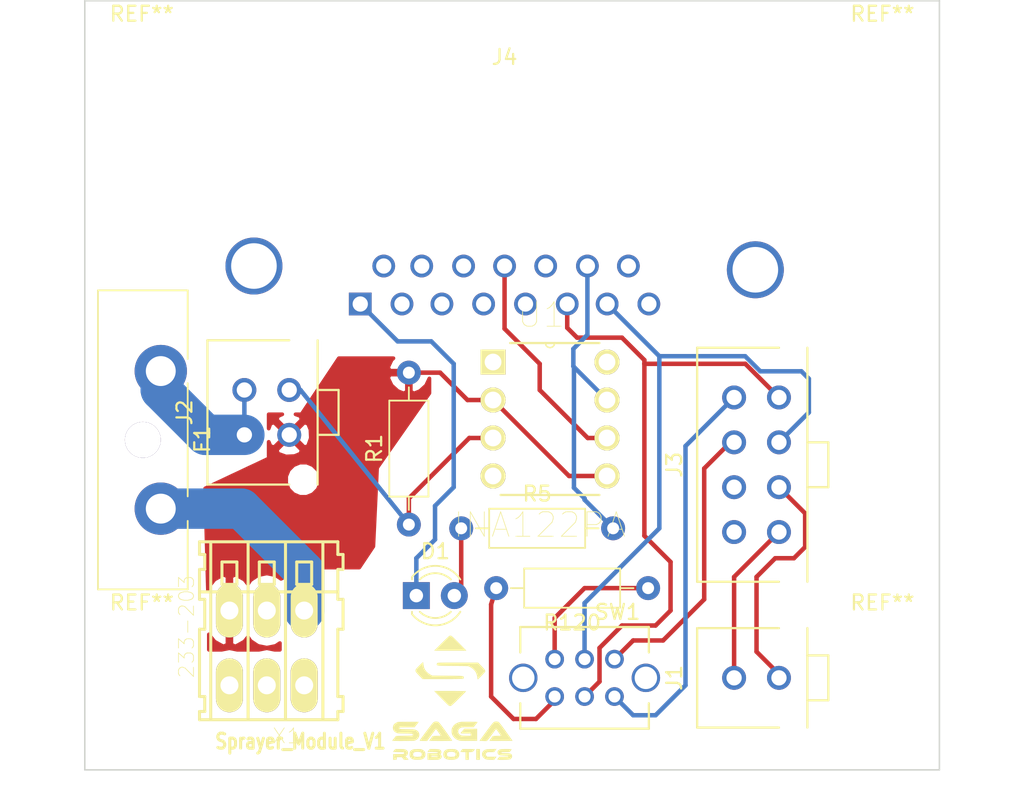
<source format=kicad_pcb>
(kicad_pcb (version 4) (host pcbnew 4.0.7-e0-6372~58~ubuntu16.04.1)

  (general
    (links 24)
    (no_connects 0)
    (area 126.332857 45.625 194.977143 99.057143)
    (thickness 1.6)
    (drawings 5)
    (tracks 97)
    (zones 0)
    (modules 17)
    (nets 17)
  )

  (page A4)
  (layers
    (0 F.Cu signal)
    (31 B.Cu signal)
    (32 B.Adhes user)
    (33 F.Adhes user)
    (34 B.Paste user)
    (35 F.Paste user)
    (36 B.SilkS user)
    (37 F.SilkS user)
    (38 B.Mask user)
    (39 F.Mask user)
    (40 Dwgs.User user)
    (41 Cmts.User user)
    (42 Eco1.User user)
    (43 Eco2.User user)
    (44 Edge.Cuts user)
    (45 Margin user)
    (46 B.CrtYd user)
    (47 F.CrtYd user)
    (48 B.Fab user)
    (49 F.Fab user)
  )

  (setup
    (last_trace_width 2.7)
    (trace_clearance 0.2)
    (zone_clearance 0.508)
    (zone_45_only no)
    (trace_min 0.2)
    (segment_width 0.2)
    (edge_width 0.1)
    (via_size 0.6)
    (via_drill 0.4)
    (via_min_size 0.4)
    (via_min_drill 0.3)
    (uvia_size 0.3)
    (uvia_drill 0.1)
    (uvias_allowed no)
    (uvia_min_size 0.2)
    (uvia_min_drill 0.1)
    (pcb_text_width 0.3)
    (pcb_text_size 1.5 1.5)
    (mod_edge_width 0.15)
    (mod_text_size 1 1)
    (mod_text_width 0.15)
    (pad_size 1.5 1.5)
    (pad_drill 0.6)
    (pad_to_mask_clearance 0)
    (aux_axis_origin 0 0)
    (visible_elements FFFFFF7F)
    (pcbplotparams
      (layerselection 0x010f0_80000001)
      (usegerberextensions false)
      (excludeedgelayer true)
      (linewidth 0.100000)
      (plotframeref false)
      (viasonmask false)
      (mode 1)
      (useauxorigin false)
      (hpglpennumber 1)
      (hpglpenspeed 20)
      (hpglpendiameter 15)
      (hpglpenoverlay 2)
      (psnegative false)
      (psa4output false)
      (plotreference true)
      (plotvalue true)
      (plotinvisibletext false)
      (padsonsilk false)
      (subtractmaskfromsilk false)
      (outputformat 1)
      (mirror false)
      (drillshape 0)
      (scaleselection 1)
      (outputdirectory sprayer_cardboard_V1))
  )

  (net 0 "")
  (net 1 "Net-(D1-Pad1)")
  (net 2 "Net-(D1-Pad2)")
  (net 3 "Net-(J1-Pad1)")
  (net 4 "Net-(J1-Pad2)")
  (net 5 GND)
  (net 6 VCC)
  (net 7 "Net-(J3-Pad3)")
  (net 8 "Net-(J3-Pad4)")
  (net 9 "Net-(J3-Pad7)")
  (net 10 "Net-(J3-Pad8)")
  (net 11 "Net-(J4-Pad14)")
  (net 12 "Net-(R120-Pad1)")
  (net 13 "Net-(R120-Pad2)")
  (net 14 "Net-(J2-Pad4)")
  (net 15 "Net-(J4-Pad12)")
  (net 16 "Net-(F1-Pad1)")

  (net_class Default "This is the default net class."
    (clearance 0.2)
    (trace_width 2.7)
    (via_dia 0.6)
    (via_drill 0.4)
    (uvia_dia 0.3)
    (uvia_drill 0.1)
    (add_net GND)
    (add_net "Net-(D1-Pad1)")
    (add_net "Net-(D1-Pad2)")
    (add_net "Net-(F1-Pad1)")
    (add_net "Net-(J1-Pad1)")
    (add_net "Net-(J1-Pad2)")
    (add_net "Net-(J2-Pad4)")
    (add_net "Net-(J3-Pad3)")
    (add_net "Net-(J3-Pad4)")
    (add_net "Net-(J3-Pad7)")
    (add_net "Net-(J3-Pad8)")
    (add_net "Net-(J4-Pad12)")
    (add_net "Net-(J4-Pad14)")
    (add_net "Net-(R120-Pad1)")
    (add_net "Net-(R120-Pad2)")
    (add_net VCC)
  )

  (module LEDs:LED_D3.0mm (layer F.Cu) (tedit 587A3A7B) (tstamp 5989C5C8)
    (at 154.25 85.5)
    (descr "LED, diameter 3.0mm, 2 pins")
    (tags "LED diameter 3.0mm 2 pins")
    (path /597A1DD9)
    (fp_text reference D1 (at 1.27 -2.96) (layer F.SilkS)
      (effects (font (size 1 1) (thickness 0.15)))
    )
    (fp_text value LED (at 1.27 2.96) (layer F.Fab)
      (effects (font (size 1 1) (thickness 0.15)))
    )
    (fp_arc (start 1.27 0) (end -0.23 -1.16619) (angle 284.3) (layer F.Fab) (width 0.1))
    (fp_arc (start 1.27 0) (end -0.29 -1.235516) (angle 108.8) (layer F.SilkS) (width 0.12))
    (fp_arc (start 1.27 0) (end -0.29 1.235516) (angle -108.8) (layer F.SilkS) (width 0.12))
    (fp_arc (start 1.27 0) (end 0.229039 -1.08) (angle 87.9) (layer F.SilkS) (width 0.12))
    (fp_arc (start 1.27 0) (end 0.229039 1.08) (angle -87.9) (layer F.SilkS) (width 0.12))
    (fp_circle (center 1.27 0) (end 2.77 0) (layer F.Fab) (width 0.1))
    (fp_line (start -0.23 -1.16619) (end -0.23 1.16619) (layer F.Fab) (width 0.1))
    (fp_line (start -0.29 -1.236) (end -0.29 -1.08) (layer F.SilkS) (width 0.12))
    (fp_line (start -0.29 1.08) (end -0.29 1.236) (layer F.SilkS) (width 0.12))
    (fp_line (start -1.15 -2.25) (end -1.15 2.25) (layer F.CrtYd) (width 0.05))
    (fp_line (start -1.15 2.25) (end 3.7 2.25) (layer F.CrtYd) (width 0.05))
    (fp_line (start 3.7 2.25) (end 3.7 -2.25) (layer F.CrtYd) (width 0.05))
    (fp_line (start 3.7 -2.25) (end -1.15 -2.25) (layer F.CrtYd) (width 0.05))
    (pad 1 thru_hole rect (at 0 0) (size 1.8 1.8) (drill 0.9) (layers *.Cu *.Mask)
      (net 1 "Net-(D1-Pad1)"))
    (pad 2 thru_hole circle (at 2.54 0) (size 1.8 1.8) (drill 0.9) (layers *.Cu *.Mask)
      (net 2 "Net-(D1-Pad2)"))
    (model ${KISYS3DMOD}/LEDs.3dshapes/LED_D3.0mm.wrl
      (at (xyz 0 0 0))
      (scale (xyz 0.393701 0.393701 0.393701))
      (rotate (xyz 0 0 0))
    )
  )

  (module my_molex:molex_micro-fit_43045-0212 (layer F.Cu) (tedit 58EE247C) (tstamp 5989C5D0)
    (at 178.5 91 270)
    (path /597786CE)
    (fp_text reference J1 (at 0 7 270) (layer F.SilkS)
      (effects (font (size 1 1) (thickness 0.15)))
    )
    (fp_text value molex_micro-fit_2x1 (at 0 9 270) (layer F.Fab)
      (effects (font (size 1 1) (thickness 0.15)))
    )
    (fp_line (start -1.5 -3.3) (end -1.5 -1.9) (layer F.SilkS) (width 0.15))
    (fp_line (start -1.5 -3.3) (end 1.5 -3.3) (layer F.SilkS) (width 0.15))
    (fp_line (start 1.5 -3.3) (end 1.5 -1.9) (layer F.SilkS) (width 0.15))
    (fp_line (start -3.325 5.47) (end -3.325 0) (layer F.SilkS) (width 0.15))
    (fp_line (start -3.325 5.47) (end 3.325 5.47) (layer F.SilkS) (width 0.15))
    (fp_line (start 3.325 5.47) (end 3.325 0) (layer F.SilkS) (width 0.15))
    (fp_line (start 3.325 -1.9) (end -3.325 -1.9) (layer F.SilkS) (width 0.15))
    (pad 1 thru_hole circle (at 0 3 270) (size 1.6 1.6) (drill 1.02) (layers *.Cu *.Mask)
      (net 3 "Net-(J1-Pad1)"))
    (pad 2 thru_hole circle (at 0 0 270) (size 1.6 1.6) (drill 1.02) (layers *.Cu *.Mask)
      (net 4 "Net-(J1-Pad2)"))
    (pad "" np_thru_hole circle (at -3 -0.94 270) (size 1.02 1.02) (drill 1.02) (layers *.Cu *.Mask))
    (pad "" np_thru_hole circle (at 3 -0.94 270) (size 1.02 1.02) (drill 1.02) (layers *.Cu *.Mask))
  )

  (module my_molex:molex_micro-fit_43045-0412 (layer F.Cu) (tedit 58EE27B5) (tstamp 5989C5DA)
    (at 145.75 73.25 270)
    (path /597A2E19)
    (fp_text reference J2 (at 0 7 270) (layer F.SilkS)
      (effects (font (size 1 1) (thickness 0.15)))
    )
    (fp_text value molex_micro-fit_2x2 (at 0 9 270) (layer F.Fab)
      (effects (font (size 1 1) (thickness 0.15)))
    )
    (fp_line (start -1.5 -3.3) (end -1.5 -1.9) (layer F.SilkS) (width 0.15))
    (fp_line (start -1.5 -3.3) (end 1.5 -3.3) (layer F.SilkS) (width 0.15))
    (fp_line (start 1.5 -3.3) (end 1.5 -1.9) (layer F.SilkS) (width 0.15))
    (fp_line (start -4.825 5.47) (end -4.825 0) (layer F.SilkS) (width 0.15))
    (fp_line (start -4.825 5.47) (end 4.825 5.47) (layer F.SilkS) (width 0.15))
    (fp_line (start 4.825 5.47) (end 4.825 0) (layer F.SilkS) (width 0.15))
    (fp_line (start 4.825 -1.9) (end -4.825 -1.9) (layer F.SilkS) (width 0.15))
    (pad 1 thru_hole circle (at 1.5 3 270) (size 1.6 1.6) (drill 1.02) (layers *.Cu *.Mask)
      (net 16 "Net-(F1-Pad1)"))
    (pad 2 thru_hole circle (at -1.5 3 270) (size 1.6 1.6) (drill 1.02) (layers *.Cu *.Mask)
      (net 16 "Net-(F1-Pad1)"))
    (pad 3 thru_hole circle (at 1.5 0 270) (size 1.6 1.6) (drill 1.02) (layers *.Cu *.Mask)
      (net 5 GND))
    (pad 4 thru_hole circle (at -1.5 0 270) (size 1.6 1.6) (drill 1.02) (layers *.Cu *.Mask)
      (net 14 "Net-(J2-Pad4)"))
    (pad "" np_thru_hole circle (at -4.5 -0.94 270) (size 1.02 1.02) (drill 1.02) (layers *.Cu *.Mask))
    (pad "" np_thru_hole circle (at 4.5 -0.94 270) (size 1.02 1.02) (drill 1.02) (layers *.Cu *.Mask))
  )

  (module my_molex:molex_micro-fit_43045-0812 (layer F.Cu) (tedit 58EE2697) (tstamp 5989C5E8)
    (at 178.5 76.75 270)
    (path /59761A5D)
    (fp_text reference J3 (at 0 7 270) (layer F.SilkS)
      (effects (font (size 1 1) (thickness 0.15)))
    )
    (fp_text value molex_micro-fit_2x4 (at 0 9 270) (layer F.Fab)
      (effects (font (size 1 1) (thickness 0.15)))
    )
    (fp_line (start -1.5 -3.3) (end -1.5 -1.9) (layer F.SilkS) (width 0.15))
    (fp_line (start -1.5 -3.3) (end 1.5 -3.3) (layer F.SilkS) (width 0.15))
    (fp_line (start 1.5 -3.3) (end 1.5 -1.9) (layer F.SilkS) (width 0.15))
    (fp_line (start -7.825 5.47) (end -7.825 0) (layer F.SilkS) (width 0.15))
    (fp_line (start -7.825 5.47) (end 7.825 5.47) (layer F.SilkS) (width 0.15))
    (fp_line (start 7.825 5.47) (end 7.825 0) (layer F.SilkS) (width 0.15))
    (fp_line (start 7.825 -1.9) (end -7.825 -1.9) (layer F.SilkS) (width 0.15))
    (pad 1 thru_hole circle (at 4.5 3 270) (size 1.6 1.6) (drill 1.02) (layers *.Cu *.Mask))
    (pad 2 thru_hole circle (at 1.5 3 270) (size 1.6 1.6) (drill 1.02) (layers *.Cu *.Mask))
    (pad 3 thru_hole circle (at -1.5 3 270) (size 1.6 1.6) (drill 1.02) (layers *.Cu *.Mask)
      (net 7 "Net-(J3-Pad3)"))
    (pad 4 thru_hole circle (at -4.5 3 270) (size 1.6 1.6) (drill 1.02) (layers *.Cu *.Mask)
      (net 8 "Net-(J3-Pad4)"))
    (pad 5 thru_hole circle (at 4.5 0 270) (size 1.6 1.6) (drill 1.02) (layers *.Cu *.Mask)
      (net 3 "Net-(J1-Pad1)"))
    (pad 6 thru_hole circle (at 1.5 0 270) (size 1.6 1.6) (drill 1.02) (layers *.Cu *.Mask)
      (net 4 "Net-(J1-Pad2)"))
    (pad 7 thru_hole circle (at -1.5 0 270) (size 1.6 1.6) (drill 1.02) (layers *.Cu *.Mask)
      (net 9 "Net-(J3-Pad7)"))
    (pad 8 thru_hole circle (at -4.5 0 270) (size 1.6 1.6) (drill 1.02) (layers *.Cu *.Mask)
      (net 10 "Net-(J3-Pad8)"))
    (pad "" np_thru_hole circle (at -7.5 -0.94 270) (size 1.02 1.02) (drill 1.02) (layers *.Cu *.Mask))
    (pad "" np_thru_hole circle (at 7.5 -0.94 270) (size 1.02 1.02) (drill 1.02) (layers *.Cu *.Mask))
  )

  (module Connectors:DB15FC (layer F.Cu) (tedit 597743BF) (tstamp 5989C5FD)
    (at 150.5 66)
    (descr "Connecteur DB15 femelle couche")
    (tags "CONN DB15")
    (path /5975DDB3)
    (fp_text reference J4 (at 9.65 -16.51) (layer F.SilkS)
      (effects (font (size 1 1) (thickness 0.15)))
    )
    (fp_text value DB15_FEMALE (at 9.65 -7.62) (layer F.Fab)
      (effects (font (size 1 1) (thickness 0.15)))
    )
    (fp_text user %R (at 9.65 -11) (layer F.Fab)
      (effects (font (size 1 1) (thickness 0.15)))
    )
    (fp_line (start 29.46 -12.7) (end -10.16 -12.7) (layer F.Fab) (width 0.1))
    (fp_line (start 29.46 -13.97) (end -10.16 -13.97) (layer F.Fab) (width 0.1))
    (fp_line (start 23.11 -9.53) (end -3.81 -9.53) (layer F.Fab) (width 0.1))
    (fp_line (start -3.81 -19.68) (end 23.11 -19.68) (layer F.Fab) (width 0.1))
    (fp_line (start 23.11 -13.97) (end 23.11 -19.68) (layer F.Fab) (width 0.1))
    (fp_line (start 23.11 -9.53) (end 23.11 -12.7) (layer F.Fab) (width 0.1))
    (fp_line (start 23.75 -7.62) (end 23.75 -12.7) (layer F.Fab) (width 0.1))
    (fp_line (start 22.1 -7.62) (end 29.46 -7.62) (layer F.Fab) (width 0.1))
    (fp_line (start 22.1 1.27) (end 22.1 -7.62) (layer F.Fab) (width 0.1))
    (fp_line (start 29.46 1.27) (end 22.1 1.27) (layer F.Fab) (width 0.1))
    (fp_line (start 29.46 1.27) (end 29.46 -13.97) (layer F.Fab) (width 0.1))
    (fp_line (start -4.45 -12.7) (end -4.45 -7.62) (layer F.Fab) (width 0.1))
    (fp_line (start -2.54 -7.62) (end -2.54 1.27) (layer F.Fab) (width 0.1))
    (fp_line (start -10.16 1.27) (end -10.16 -12.7) (layer F.Fab) (width 0.1))
    (fp_line (start -10.16 -7.62) (end -2.54 -7.62) (layer F.Fab) (width 0.1))
    (fp_line (start -3.81 -9.53) (end -3.81 -12.7) (layer F.Fab) (width 0.1))
    (fp_line (start -3.81 -19.68) (end -3.81 -13.97) (layer F.Fab) (width 0.1))
    (fp_line (start -10.16 -13.97) (end -10.16 -12.7) (layer F.Fab) (width 0.1))
    (fp_line (start -10.16 1.27) (end -2.54 1.27) (layer F.Fab) (width 0.1))
    (fp_line (start -10.41 -19.93) (end 29.71 -19.93) (layer F.CrtYd) (width 0.05))
    (fp_line (start -10.41 -19.93) (end -10.41 1.52) (layer F.CrtYd) (width 0.05))
    (fp_line (start 29.71 1.52) (end 29.71 -19.93) (layer F.CrtYd) (width 0.05))
    (fp_line (start 29.71 1.52) (end -10.41 1.52) (layer F.CrtYd) (width 0.05))
    (pad "" thru_hole circle (at 26.42 -2.29) (size 3.81 3.81) (drill 3.05) (layers *.Cu *.Mask))
    (pad "" thru_hole circle (at -7.11 -2.54) (size 3.81 3.81) (drill 3.05) (layers *.Cu *.Mask))
    (pad 1 thru_hole rect (at 0 0) (size 1.52 1.52) (drill 1.02) (layers *.Cu *.Mask)
      (net 1 "Net-(D1-Pad1)"))
    (pad 2 thru_hole circle (at 2.79 0) (size 1.52 1.52) (drill 1.02) (layers *.Cu *.Mask))
    (pad 3 thru_hole circle (at 5.46 0) (size 1.52 1.52) (drill 1.02) (layers *.Cu *.Mask))
    (pad 4 thru_hole circle (at 8.25 0) (size 1.52 1.52) (drill 1.02) (layers *.Cu *.Mask))
    (pad 5 thru_hole circle (at 11.05 0) (size 1.52 1.52) (drill 1.02) (layers *.Cu *.Mask))
    (pad 6 thru_hole circle (at 13.84 0) (size 1.52 1.52) (drill 1.02) (layers *.Cu *.Mask)
      (net 10 "Net-(J3-Pad8)"))
    (pad 7 thru_hole circle (at 16.51 0) (size 1.52 1.52) (drill 1.02) (layers *.Cu *.Mask)
      (net 9 "Net-(J3-Pad7)"))
    (pad 8 thru_hole circle (at 19.3 0) (size 1.52 1.52) (drill 1.02) (layers *.Cu *.Mask))
    (pad 9 thru_hole circle (at 1.57 -2.54) (size 1.52 1.52) (drill 1.02) (layers *.Cu *.Mask))
    (pad 10 thru_hole circle (at 4.11 -2.54) (size 1.52 1.52) (drill 1.02) (layers *.Cu *.Mask))
    (pad 11 thru_hole circle (at 6.91 -2.54) (size 1.52 1.52) (drill 1.02) (layers *.Cu *.Mask))
    (pad 12 thru_hole circle (at 9.65 -2.54) (size 1.52 1.52) (drill 1.02) (layers *.Cu *.Mask)
      (net 15 "Net-(J4-Pad12)"))
    (pad 13 thru_hole circle (at 12.4 -2.54) (size 1.52 1.52) (drill 1.02) (layers *.Cu *.Mask))
    (pad 14 thru_hole circle (at 15.19 -2.54) (size 1.52 1.52) (drill 1.02) (layers *.Cu *.Mask)
      (net 11 "Net-(J4-Pad14)"))
    (pad 15 thru_hole circle (at 17.93 -2.54) (size 1.52 1.52) (drill 1.02) (layers *.Cu *.Mask))
    (model ${KISYS3DMOD}/Connectors.3dshapes/DB15FC.wrl
      (at (xyz 0.38 0.05 0))
      (scale (xyz 1 1 1))
      (rotate (xyz 0 0 0))
    )
  )

  (module Resistors_THT:R_Axial_DIN0207_L6.3mm_D2.5mm_P10.16mm_Horizontal (layer F.Cu) (tedit 5874F706) (tstamp 5989C603)
    (at 153.75 80.75 90)
    (descr "Resistor, Axial_DIN0207 series, Axial, Horizontal, pin pitch=10.16mm, 0.25W = 1/4W, length*diameter=6.3*2.5mm^2, http://cdn-reichelt.de/documents/datenblatt/B400/1_4W%23YAG.pdf")
    (tags "Resistor Axial_DIN0207 series Axial Horizontal pin pitch 10.16mm 0.25W = 1/4W length 6.3mm diameter 2.5mm")
    (path /5975E06F)
    (fp_text reference R1 (at 5.08 -2.31 90) (layer F.SilkS)
      (effects (font (size 1 1) (thickness 0.15)))
    )
    (fp_text value R (at 5.08 2.31 90) (layer F.Fab)
      (effects (font (size 1 1) (thickness 0.15)))
    )
    (fp_line (start 1.93 -1.25) (end 1.93 1.25) (layer F.Fab) (width 0.1))
    (fp_line (start 1.93 1.25) (end 8.23 1.25) (layer F.Fab) (width 0.1))
    (fp_line (start 8.23 1.25) (end 8.23 -1.25) (layer F.Fab) (width 0.1))
    (fp_line (start 8.23 -1.25) (end 1.93 -1.25) (layer F.Fab) (width 0.1))
    (fp_line (start 0 0) (end 1.93 0) (layer F.Fab) (width 0.1))
    (fp_line (start 10.16 0) (end 8.23 0) (layer F.Fab) (width 0.1))
    (fp_line (start 1.87 -1.31) (end 1.87 1.31) (layer F.SilkS) (width 0.12))
    (fp_line (start 1.87 1.31) (end 8.29 1.31) (layer F.SilkS) (width 0.12))
    (fp_line (start 8.29 1.31) (end 8.29 -1.31) (layer F.SilkS) (width 0.12))
    (fp_line (start 8.29 -1.31) (end 1.87 -1.31) (layer F.SilkS) (width 0.12))
    (fp_line (start 0.98 0) (end 1.87 0) (layer F.SilkS) (width 0.12))
    (fp_line (start 9.18 0) (end 8.29 0) (layer F.SilkS) (width 0.12))
    (fp_line (start -1.05 -1.6) (end -1.05 1.6) (layer F.CrtYd) (width 0.05))
    (fp_line (start -1.05 1.6) (end 11.25 1.6) (layer F.CrtYd) (width 0.05))
    (fp_line (start 11.25 1.6) (end 11.25 -1.6) (layer F.CrtYd) (width 0.05))
    (fp_line (start 11.25 -1.6) (end -1.05 -1.6) (layer F.CrtYd) (width 0.05))
    (pad 1 thru_hole circle (at 0 0 90) (size 1.6 1.6) (drill 0.8) (layers *.Cu *.Mask)
      (net 14 "Net-(J2-Pad4)"))
    (pad 2 thru_hole oval (at 10.16 0 90) (size 1.6 1.6) (drill 0.8) (layers *.Cu *.Mask)
      (net 5 GND))
    (model ${KISYS3DMOD}/Resistors_THT.3dshapes/R_Axial_DIN0207_L6.3mm_D2.5mm_P10.16mm_Horizontal.wrl
      (at (xyz 0 0 0))
      (scale (xyz 0.393701 0.393701 0.393701))
      (rotate (xyz 0 0 0))
    )
  )

  (module Resistors_THT:R_Axial_DIN0207_L6.3mm_D2.5mm_P10.16mm_Horizontal (layer F.Cu) (tedit 5874F706) (tstamp 5989C609)
    (at 157.25 81)
    (descr "Resistor, Axial_DIN0207 series, Axial, Horizontal, pin pitch=10.16mm, 0.25W = 1/4W, length*diameter=6.3*2.5mm^2, http://cdn-reichelt.de/documents/datenblatt/B400/1_4W%23YAG.pdf")
    (tags "Resistor Axial_DIN0207 series Axial Horizontal pin pitch 10.16mm 0.25W = 1/4W length 6.3mm diameter 2.5mm")
    (path /597A1FE3)
    (fp_text reference R5 (at 5.08 -2.31) (layer F.SilkS)
      (effects (font (size 1 1) (thickness 0.15)))
    )
    (fp_text value R (at 5.08 2.31) (layer F.Fab)
      (effects (font (size 1 1) (thickness 0.15)))
    )
    (fp_line (start 1.93 -1.25) (end 1.93 1.25) (layer F.Fab) (width 0.1))
    (fp_line (start 1.93 1.25) (end 8.23 1.25) (layer F.Fab) (width 0.1))
    (fp_line (start 8.23 1.25) (end 8.23 -1.25) (layer F.Fab) (width 0.1))
    (fp_line (start 8.23 -1.25) (end 1.93 -1.25) (layer F.Fab) (width 0.1))
    (fp_line (start 0 0) (end 1.93 0) (layer F.Fab) (width 0.1))
    (fp_line (start 10.16 0) (end 8.23 0) (layer F.Fab) (width 0.1))
    (fp_line (start 1.87 -1.31) (end 1.87 1.31) (layer F.SilkS) (width 0.12))
    (fp_line (start 1.87 1.31) (end 8.29 1.31) (layer F.SilkS) (width 0.12))
    (fp_line (start 8.29 1.31) (end 8.29 -1.31) (layer F.SilkS) (width 0.12))
    (fp_line (start 8.29 -1.31) (end 1.87 -1.31) (layer F.SilkS) (width 0.12))
    (fp_line (start 0.98 0) (end 1.87 0) (layer F.SilkS) (width 0.12))
    (fp_line (start 9.18 0) (end 8.29 0) (layer F.SilkS) (width 0.12))
    (fp_line (start -1.05 -1.6) (end -1.05 1.6) (layer F.CrtYd) (width 0.05))
    (fp_line (start -1.05 1.6) (end 11.25 1.6) (layer F.CrtYd) (width 0.05))
    (fp_line (start 11.25 1.6) (end 11.25 -1.6) (layer F.CrtYd) (width 0.05))
    (fp_line (start 11.25 -1.6) (end -1.05 -1.6) (layer F.CrtYd) (width 0.05))
    (pad 1 thru_hole circle (at 0 0) (size 1.6 1.6) (drill 0.8) (layers *.Cu *.Mask)
      (net 2 "Net-(D1-Pad2)"))
    (pad 2 thru_hole oval (at 10.16 0) (size 1.6 1.6) (drill 0.8) (layers *.Cu *.Mask)
      (net 11 "Net-(J4-Pad14)"))
    (model ${KISYS3DMOD}/Resistors_THT.3dshapes/R_Axial_DIN0207_L6.3mm_D2.5mm_P10.16mm_Horizontal.wrl
      (at (xyz 0 0 0))
      (scale (xyz 0.393701 0.393701 0.393701))
      (rotate (xyz 0 0 0))
    )
  )

  (module Resistors_THT:R_Axial_DIN0207_L6.3mm_D2.5mm_P10.16mm_Horizontal (layer F.Cu) (tedit 5874F706) (tstamp 5989C60F)
    (at 169.75 85 180)
    (descr "Resistor, Axial_DIN0207 series, Axial, Horizontal, pin pitch=10.16mm, 0.25W = 1/4W, length*diameter=6.3*2.5mm^2, http://cdn-reichelt.de/documents/datenblatt/B400/1_4W%23YAG.pdf")
    (tags "Resistor Axial_DIN0207 series Axial Horizontal pin pitch 10.16mm 0.25W = 1/4W length 6.3mm diameter 2.5mm")
    (path /5975E118)
    (fp_text reference R120 (at 5.08 -2.31 180) (layer F.SilkS)
      (effects (font (size 1 1) (thickness 0.15)))
    )
    (fp_text value R (at 5.08 2.31 180) (layer F.Fab)
      (effects (font (size 1 1) (thickness 0.15)))
    )
    (fp_line (start 1.93 -1.25) (end 1.93 1.25) (layer F.Fab) (width 0.1))
    (fp_line (start 1.93 1.25) (end 8.23 1.25) (layer F.Fab) (width 0.1))
    (fp_line (start 8.23 1.25) (end 8.23 -1.25) (layer F.Fab) (width 0.1))
    (fp_line (start 8.23 -1.25) (end 1.93 -1.25) (layer F.Fab) (width 0.1))
    (fp_line (start 0 0) (end 1.93 0) (layer F.Fab) (width 0.1))
    (fp_line (start 10.16 0) (end 8.23 0) (layer F.Fab) (width 0.1))
    (fp_line (start 1.87 -1.31) (end 1.87 1.31) (layer F.SilkS) (width 0.12))
    (fp_line (start 1.87 1.31) (end 8.29 1.31) (layer F.SilkS) (width 0.12))
    (fp_line (start 8.29 1.31) (end 8.29 -1.31) (layer F.SilkS) (width 0.12))
    (fp_line (start 8.29 -1.31) (end 1.87 -1.31) (layer F.SilkS) (width 0.12))
    (fp_line (start 0.98 0) (end 1.87 0) (layer F.SilkS) (width 0.12))
    (fp_line (start 9.18 0) (end 8.29 0) (layer F.SilkS) (width 0.12))
    (fp_line (start -1.05 -1.6) (end -1.05 1.6) (layer F.CrtYd) (width 0.05))
    (fp_line (start -1.05 1.6) (end 11.25 1.6) (layer F.CrtYd) (width 0.05))
    (fp_line (start 11.25 1.6) (end 11.25 -1.6) (layer F.CrtYd) (width 0.05))
    (fp_line (start 11.25 -1.6) (end -1.05 -1.6) (layer F.CrtYd) (width 0.05))
    (pad 1 thru_hole circle (at 0 0 180) (size 1.6 1.6) (drill 0.8) (layers *.Cu *.Mask)
      (net 12 "Net-(R120-Pad1)"))
    (pad 2 thru_hole oval (at 10.16 0 180) (size 1.6 1.6) (drill 0.8) (layers *.Cu *.Mask)
      (net 13 "Net-(R120-Pad2)"))
    (model ${KISYS3DMOD}/Resistors_THT.3dshapes/R_Axial_DIN0207_L6.3mm_D2.5mm_P10.16mm_Horizontal.wrl
      (at (xyz 0 0 0))
      (scale (xyz 0.393701 0.393701 0.393701))
      (rotate (xyz 0 0 0))
    )
  )

  (module my_knitter_switch:MFP213N_DPDT (layer F.Cu) (tedit 5918B4B8) (tstamp 5989C61B)
    (at 165.5 91 180)
    (path /597622CE)
    (fp_text reference SW1 (at -2.2 4.4 180) (layer F.SilkS)
      (effects (font (size 1 1) (thickness 0.15)))
    )
    (fp_text value MFP213N (at 0 -4.2 180) (layer F.Fab)
      (effects (font (size 1 1) (thickness 0.15)))
    )
    (fp_line (start -4.3 3.4) (end -4.3 1.7) (layer F.SilkS) (width 0.15))
    (fp_line (start -4.3 -3.4) (end -4.3 -1.7) (layer F.SilkS) (width 0.15))
    (fp_line (start 4.3 3.4) (end 4.3 1.7) (layer F.SilkS) (width 0.15))
    (fp_line (start 4.3 -3.4) (end 4.3 -1.7) (layer F.SilkS) (width 0.15))
    (fp_line (start -4.3 3.4) (end 4.3 3.4) (layer F.SilkS) (width 0.15))
    (fp_line (start -4.3 -3.4) (end 4.3 -3.4) (layer F.SilkS) (width 0.15))
    (pad 1 thru_hole circle (at -2 -1.25 180) (size 1.25 1.25) (drill 0.8) (layers *.Cu *.Mask)
      (net 8 "Net-(J3-Pad4)"))
    (pad 2 thru_hole circle (at 0 -1.25 180) (size 1.25 1.25) (drill 0.8) (layers *.Cu *.Mask)
      (net 10 "Net-(J3-Pad8)"))
    (pad 3 thru_hole circle (at 2 -1.25 180) (size 1.25 1.25) (drill 0.8) (layers *.Cu *.Mask)
      (net 13 "Net-(R120-Pad2)"))
    (pad 4 thru_hole circle (at -2 1.25 180) (size 1.25 1.25) (drill 0.8) (layers *.Cu *.Mask)
      (net 7 "Net-(J3-Pad3)"))
    (pad 5 thru_hole circle (at 0 1.25 180) (size 1.25 1.25) (drill 0.8) (layers *.Cu *.Mask)
      (net 9 "Net-(J3-Pad7)"))
    (pad 6 thru_hole circle (at 2 1.25 180) (size 1.25 1.25) (drill 0.8) (layers *.Cu *.Mask)
      (net 12 "Net-(R120-Pad1)"))
    (pad "" np_thru_hole circle (at -4.1 0 180) (size 1.9 1.9) (drill 1.5) (layers *.Cu *.Mask))
    (pad "" np_thru_hole circle (at 4.1 0 180) (size 1.9 1.9) (drill 1.5) (layers *.Cu *.Mask))
  )

  (module INA122PA:DIP254P762X508-8 (layer F.Cu) (tedit 0) (tstamp 5989C627)
    (at 167 77.5)
    (path /59763089)
    (fp_text reference U1 (at -4.3942 -10.7696) (layer F.SilkS)
      (effects (font (size 1.64 1.64) (thickness 0.05)))
    )
    (fp_text value INA122PA (at -4.4958 3.2766) (layer F.SilkS)
      (effects (font (size 1.64 1.64) (thickness 0.05)))
    )
    (fp_line (start -7.112 1.27) (end -0.508 1.27) (layer F.SilkS) (width 0.1524))
    (fp_line (start -0.508 -8.89) (end -3.5052 -8.89) (layer F.SilkS) (width 0.1524))
    (fp_line (start -3.5052 -8.89) (end -4.1148 -8.89) (layer F.SilkS) (width 0.1524))
    (fp_line (start -4.1148 -8.89) (end -6.477 -8.89) (layer F.SilkS) (width 0.1524))
    (fp_arc (start -3.81 -8.89) (end -4.1148 -8.89) (angle -180) (layer F.SilkS) (width 0))
    (fp_line (start -7.112 -7.0612) (end -7.112 -8.1788) (layer Dwgs.User) (width 0.1524))
    (fp_line (start -7.112 -8.1788) (end -8.1788 -8.1788) (layer Dwgs.User) (width 0.1524))
    (fp_line (start -8.1788 -8.1788) (end -8.1788 -7.0612) (layer Dwgs.User) (width 0.1524))
    (fp_line (start -8.1788 -7.0612) (end -7.112 -7.0612) (layer Dwgs.User) (width 0.1524))
    (fp_line (start -7.112 -4.5212) (end -7.112 -5.6388) (layer Dwgs.User) (width 0.1524))
    (fp_line (start -7.112 -5.6388) (end -8.1788 -5.6388) (layer Dwgs.User) (width 0.1524))
    (fp_line (start -8.1788 -5.6388) (end -8.1788 -4.5212) (layer Dwgs.User) (width 0.1524))
    (fp_line (start -8.1788 -4.5212) (end -7.112 -4.5212) (layer Dwgs.User) (width 0.1524))
    (fp_line (start -7.112 -1.9812) (end -7.112 -3.0988) (layer Dwgs.User) (width 0.1524))
    (fp_line (start -7.112 -3.0988) (end -8.1788 -3.0988) (layer Dwgs.User) (width 0.1524))
    (fp_line (start -8.1788 -3.0988) (end -8.1788 -1.9812) (layer Dwgs.User) (width 0.1524))
    (fp_line (start -8.1788 -1.9812) (end -7.112 -1.9812) (layer Dwgs.User) (width 0.1524))
    (fp_line (start -7.112 0.5588) (end -7.112 -0.5588) (layer Dwgs.User) (width 0.1524))
    (fp_line (start -7.112 -0.5588) (end -8.1788 -0.5588) (layer Dwgs.User) (width 0.1524))
    (fp_line (start -8.1788 -0.5588) (end -8.1788 0.5588) (layer Dwgs.User) (width 0.1524))
    (fp_line (start -8.1788 0.5588) (end -7.112 0.5588) (layer Dwgs.User) (width 0.1524))
    (fp_line (start -0.508 -0.5588) (end -0.508 0.5588) (layer Dwgs.User) (width 0.1524))
    (fp_line (start -0.508 0.5588) (end 0.5588 0.5588) (layer Dwgs.User) (width 0.1524))
    (fp_line (start 0.5588 0.5588) (end 0.5588 -0.5588) (layer Dwgs.User) (width 0.1524))
    (fp_line (start 0.5588 -0.5588) (end -0.508 -0.5588) (layer Dwgs.User) (width 0.1524))
    (fp_line (start -0.508 -3.0988) (end -0.508 -1.9812) (layer Dwgs.User) (width 0.1524))
    (fp_line (start -0.508 -1.9812) (end 0.5588 -1.9812) (layer Dwgs.User) (width 0.1524))
    (fp_line (start 0.5588 -1.9812) (end 0.5588 -3.0988) (layer Dwgs.User) (width 0.1524))
    (fp_line (start 0.5588 -3.0988) (end -0.508 -3.0988) (layer Dwgs.User) (width 0.1524))
    (fp_line (start -0.508 -5.6388) (end -0.508 -4.5212) (layer Dwgs.User) (width 0.1524))
    (fp_line (start -0.508 -4.5212) (end 0.5588 -4.5212) (layer Dwgs.User) (width 0.1524))
    (fp_line (start 0.5588 -4.5212) (end 0.5588 -5.6388) (layer Dwgs.User) (width 0.1524))
    (fp_line (start 0.5588 -5.6388) (end -0.508 -5.6388) (layer Dwgs.User) (width 0.1524))
    (fp_line (start -0.508 -8.1788) (end -0.508 -7.0612) (layer Dwgs.User) (width 0.1524))
    (fp_line (start -0.508 -7.0612) (end 0.5588 -7.0612) (layer Dwgs.User) (width 0.1524))
    (fp_line (start 0.5588 -7.0612) (end 0.5588 -8.1788) (layer Dwgs.User) (width 0.1524))
    (fp_line (start 0.5588 -8.1788) (end -0.508 -8.1788) (layer Dwgs.User) (width 0.1524))
    (fp_line (start -7.112 1.27) (end -0.508 1.27) (layer Dwgs.User) (width 0.1524))
    (fp_line (start -0.508 1.27) (end -0.508 -8.89) (layer Dwgs.User) (width 0.1524))
    (fp_line (start -0.508 -8.89) (end -3.5052 -8.89) (layer Dwgs.User) (width 0.1524))
    (fp_line (start -3.5052 -8.89) (end -4.1148 -8.89) (layer Dwgs.User) (width 0.1524))
    (fp_line (start -4.1148 -8.89) (end -7.112 -8.89) (layer Dwgs.User) (width 0.1524))
    (fp_line (start -7.112 -8.89) (end -7.112 1.27) (layer Dwgs.User) (width 0.1524))
    (fp_arc (start -3.81 -8.89) (end -4.1148 -8.89) (angle -180) (layer Dwgs.User) (width 0))
    (pad 1 thru_hole rect (at -7.62 -7.62) (size 1.6764 1.6764) (drill 1.1176) (layers *.Cu *.Mask F.SilkS))
    (pad 2 thru_hole circle (at -7.62 -5.08) (size 1.6764 1.6764) (drill 1.1176) (layers *.Cu *.Mask F.SilkS)
      (net 5 GND))
    (pad 3 thru_hole circle (at -7.62 -2.54) (size 1.6764 1.6764) (drill 1.1176) (layers *.Cu *.Mask F.SilkS)
      (net 14 "Net-(J2-Pad4)"))
    (pad 4 thru_hole circle (at -7.62 0) (size 1.6764 1.6764) (drill 1.1176) (layers *.Cu *.Mask F.SilkS))
    (pad 5 thru_hole circle (at 0 0) (size 1.6764 1.6764) (drill 1.1176) (layers *.Cu *.Mask F.SilkS)
      (net 5 GND))
    (pad 6 thru_hole circle (at 0 -2.54) (size 1.6764 1.6764) (drill 1.1176) (layers *.Cu *.Mask F.SilkS)
      (net 15 "Net-(J4-Pad12)"))
    (pad 7 thru_hole circle (at 0 -5.08) (size 1.6764 1.6764) (drill 1.1176) (layers *.Cu *.Mask F.SilkS)
      (net 11 "Net-(J4-Pad14)"))
    (pad 8 thru_hole circle (at 0 -7.62) (size 1.6764 1.6764) (drill 1.1176) (layers *.Cu *.Mask F.SilkS))
  )

  (module 233-203:233-203 (layer F.Cu) (tedit 0) (tstamp 5989C631)
    (at 144.25 89 180)
    (descr "<b>WAGO Cage Clamp</b>")
    (path /5977794D)
    (fp_text reference X1 (at -1.31 -5.885 180) (layer F.SilkS)
      (effects (font (size 1 1) (thickness 0.05)))
    )
    (fp_text value 233-203 (at 5.365 1.425 270) (layer F.SilkS)
      (effects (font (size 1 1) (thickness 0.05)))
    )
    (fp_line (start -4.75 -4.8) (end -4.75 -4.25) (layer F.SilkS) (width 0.2032))
    (fp_line (start -4.75 -4.25) (end -5.1 -4.25) (layer F.SilkS) (width 0.2032))
    (fp_line (start -5.1 -4.25) (end -5.1 -3.25) (layer F.SilkS) (width 0.2032))
    (fp_line (start -5.1 -3.25) (end -4.75 -3.25) (layer F.SilkS) (width 0.2032))
    (fp_line (start -4.75 -3.25) (end -4.75 1.25) (layer F.SilkS) (width 0.2032))
    (fp_line (start -4.75 1.25) (end -5.1 1.25) (layer F.SilkS) (width 0.2032))
    (fp_line (start -5.1 1.25) (end -5.1 3.25) (layer F.SilkS) (width 0.2032))
    (fp_line (start -5.1 3.25) (end -4.75 3.25) (layer F.SilkS) (width 0.2032))
    (fp_line (start -4.75 3.25) (end -4.75 5.25) (layer F.SilkS) (width 0.2032))
    (fp_line (start -4.75 5.25) (end -5.1 5.25) (layer F.SilkS) (width 0.2032))
    (fp_line (start -5.1 5.25) (end -5.1 6.25) (layer F.SilkS) (width 0.2032))
    (fp_line (start -5.1 6.25) (end -4.75 6.25) (layer F.SilkS) (width 0.2032))
    (fp_line (start -4.75 6.25) (end -4.75 7.1) (layer F.SilkS) (width 0.2032))
    (fp_line (start -4.75 7.1) (end 4.5 7.1) (layer F.SilkS) (width 0.2032))
    (fp_line (start 4.5 7.1) (end 4.5 6.25) (layer F.SilkS) (width 0.2032))
    (fp_line (start 4.5 5.25) (end 4.5 3.75) (layer F.SilkS) (width 0.2032))
    (fp_line (start 4.5 3.75) (end 4.5 3.25) (layer F.SilkS) (width 0.2032))
    (fp_line (start 4.5 1.25) (end 4.5 -3.25) (layer F.SilkS) (width 0.2032))
    (fp_line (start 4.5 -4.25) (end 4.5 -4.8) (layer F.SilkS) (width 0.2032))
    (fp_line (start 4.5 -4.8) (end -4.75 -4.8) (layer F.SilkS) (width 0.2032))
    (fp_line (start -3.75 -4.75) (end -3.75 7) (layer F.SilkS) (width 0.2032))
    (fp_line (start -3.25 -3.75) (end -3.25 -1.25) (layer Dwgs.User) (width 0.2032))
    (fp_line (start -3.25 -1.25) (end -3 -1.25) (layer Dwgs.User) (width 0.2032))
    (fp_line (start -3 -1.25) (end -2 -1.25) (layer Dwgs.User) (width 0.2032))
    (fp_line (start -2 -1.25) (end -1.75 -1.25) (layer Dwgs.User) (width 0.2032))
    (fp_line (start -1.75 -1.25) (end -1.75 -3.75) (layer Dwgs.User) (width 0.2032))
    (fp_line (start -1.75 -3.75) (end -3.25 -3.75) (layer Dwgs.User) (width 0.2032))
    (fp_line (start -4.75 3.75) (end 4.5 3.75) (layer F.SilkS) (width 0.2032))
    (fp_line (start -1.25 -4.75) (end -1.25 7) (layer F.SilkS) (width 0.2032))
    (fp_line (start 1.25 -4.75) (end 1.25 7) (layer F.SilkS) (width 0.2032))
    (fp_line (start 3.75 -4.75) (end 3.75 7) (layer F.SilkS) (width 0.2032))
    (fp_line (start -3 4.25) (end -3 5.75) (layer F.SilkS) (width 0.2032))
    (fp_line (start -3 5.75) (end -2 5.75) (layer F.SilkS) (width 0.2032))
    (fp_line (start -2 5.75) (end -2 4.25) (layer F.SilkS) (width 0.2032))
    (fp_line (start -2 4.25) (end -3 4.25) (layer F.SilkS) (width 0.2032))
    (fp_line (start 4.5 -4.25) (end 4.15 -4.25) (layer F.SilkS) (width 0.2032))
    (fp_line (start 4.15 -4.25) (end 4.15 -3.25) (layer F.SilkS) (width 0.2032))
    (fp_line (start 4.15 -3.25) (end 4.5 -3.25) (layer F.SilkS) (width 0.2032))
    (fp_line (start 4.5 1.25) (end 4.15 1.25) (layer F.SilkS) (width 0.2032))
    (fp_line (start 4.15 1.25) (end 4.15 3.25) (layer F.SilkS) (width 0.2032))
    (fp_line (start 4.15 3.25) (end 4.5 3.25) (layer F.SilkS) (width 0.2032))
    (fp_line (start 4.5 5.25) (end 4.15 5.25) (layer F.SilkS) (width 0.2032))
    (fp_line (start 4.15 5.25) (end 4.15 6.25) (layer F.SilkS) (width 0.2032))
    (fp_line (start 4.15 6.25) (end 4.5 6.25) (layer F.SilkS) (width 0.2032))
    (fp_line (start -0.5 4.25) (end -0.5 5.75) (layer F.SilkS) (width 0.2032))
    (fp_line (start -0.5 5.75) (end 0.5 5.75) (layer F.SilkS) (width 0.2032))
    (fp_line (start 0.5 5.75) (end 0.5 4.25) (layer F.SilkS) (width 0.2032))
    (fp_line (start 0.5 4.25) (end -0.5 4.25) (layer F.SilkS) (width 0.2032))
    (fp_line (start 2 4.25) (end 2 5.75) (layer F.SilkS) (width 0.2032))
    (fp_line (start 2 5.75) (end 3 5.75) (layer F.SilkS) (width 0.2032))
    (fp_line (start 3 5.75) (end 3 4.25) (layer F.SilkS) (width 0.2032))
    (fp_line (start 3 4.25) (end 2 4.25) (layer F.SilkS) (width 0.2032))
    (fp_line (start -3 -3.25) (end -3 -1.75) (layer Dwgs.User) (width 0.2032))
    (fp_line (start -3 -1.75) (end -2 -1.75) (layer Dwgs.User) (width 0.2032))
    (fp_line (start -2 -1.75) (end -2 -3.25) (layer Dwgs.User) (width 0.2032))
    (fp_line (start -2 -3.25) (end -3 -3.25) (layer Dwgs.User) (width 0.2032))
    (fp_line (start -3 -1.25) (end -3 1) (layer Dwgs.User) (width 0.2032))
    (fp_line (start -3 1) (end -2 1) (layer Dwgs.User) (width 0.2032))
    (fp_line (start -2 1) (end -2 -1.25) (layer Dwgs.User) (width 0.2032))
    (fp_line (start -0.75 -3.75) (end -0.75 -1.25) (layer Dwgs.User) (width 0.2032))
    (fp_line (start -0.75 -1.25) (end -0.5 -1.25) (layer Dwgs.User) (width 0.2032))
    (fp_line (start -0.5 -1.25) (end 0.5 -1.25) (layer Dwgs.User) (width 0.2032))
    (fp_line (start 0.5 -1.25) (end 0.75 -1.25) (layer Dwgs.User) (width 0.2032))
    (fp_line (start 0.75 -1.25) (end 0.75 -3.75) (layer Dwgs.User) (width 0.2032))
    (fp_line (start 0.75 -3.75) (end -0.75 -3.75) (layer Dwgs.User) (width 0.2032))
    (fp_line (start -0.5 -3.25) (end -0.5 -1.75) (layer Dwgs.User) (width 0.2032))
    (fp_line (start -0.5 -1.75) (end 0.5 -1.75) (layer Dwgs.User) (width 0.2032))
    (fp_line (start 0.5 -1.75) (end 0.5 -3.25) (layer Dwgs.User) (width 0.2032))
    (fp_line (start 0.5 -3.25) (end -0.5 -3.25) (layer Dwgs.User) (width 0.2032))
    (fp_line (start -0.5 -1.25) (end -0.5 1) (layer Dwgs.User) (width 0.2032))
    (fp_line (start -0.5 1) (end 0.5 1) (layer Dwgs.User) (width 0.2032))
    (fp_line (start 0.5 1) (end 0.5 -1.25) (layer Dwgs.User) (width 0.2032))
    (fp_line (start 1.75 -3.75) (end 1.75 -1.25) (layer Dwgs.User) (width 0.2032))
    (fp_line (start 1.75 -1.25) (end 2 -1.25) (layer Dwgs.User) (width 0.2032))
    (fp_line (start 2 -1.25) (end 3 -1.25) (layer Dwgs.User) (width 0.2032))
    (fp_line (start 3 -1.25) (end 3.25 -1.25) (layer Dwgs.User) (width 0.2032))
    (fp_line (start 3.25 -1.25) (end 3.25 -3.75) (layer Dwgs.User) (width 0.2032))
    (fp_line (start 3.25 -3.75) (end 1.75 -3.75) (layer Dwgs.User) (width 0.2032))
    (fp_line (start 2 -3.25) (end 2 -1.75) (layer Dwgs.User) (width 0.2032))
    (fp_line (start 2 -1.75) (end 3 -1.75) (layer Dwgs.User) (width 0.2032))
    (fp_line (start 3 -1.75) (end 3 -3.25) (layer Dwgs.User) (width 0.2032))
    (fp_line (start 3 -3.25) (end 2 -3.25) (layer Dwgs.User) (width 0.2032))
    (fp_line (start 2 -1.25) (end 2 1) (layer Dwgs.User) (width 0.2032))
    (fp_line (start 2 1) (end 3 1) (layer Dwgs.User) (width 0.2032))
    (fp_line (start 3 1) (end 3 -1.25) (layer Dwgs.User) (width 0.2032))
    (pad A1 thru_hole oval (at -2.5 -2.5 270) (size 3.6 1.8) (drill 1.2) (layers *.Cu *.Mask F.SilkS))
    (pad B1 thru_hole oval (at -2.5 2.5 270) (size 3.6 1.8) (drill 1.2) (layers *.Cu *.Mask F.SilkS)
      (net 6 VCC))
    (pad A2 thru_hole oval (at 0 -2.5 270) (size 3.6 1.8) (drill 1.2) (layers *.Cu *.Mask F.SilkS))
    (pad B2 thru_hole oval (at 0 2.5 270) (size 3.6 1.8) (drill 1.2) (layers *.Cu *.Mask F.SilkS))
    (pad A3 thru_hole oval (at 2.5 -2.5 270) (size 3.6 1.8) (drill 1.2) (layers *.Cu *.Mask F.SilkS))
    (pad B3 thru_hole oval (at 2.5 2.5 270) (size 3.6 1.8) (drill 1.2) (layers *.Cu *.Mask F.SilkS)
      (net 5 GND))
  )

  (module my_symbols:SAGA3_10mm_b (layer F.Cu) (tedit 0) (tstamp 5989C7F9)
    (at 156.5 92.5)
    (fp_text reference G*** (at 0 0) (layer F.SilkS) hide
      (effects (font (thickness 0.3)))
    )
    (fp_text value LOGO (at 0.75 0) (layer F.SilkS) hide
      (effects (font (thickness 0.3)))
    )
    (fp_poly (pts (xy -3.372591 3.260111) (xy -3.230482 3.26179) (xy -3.121476 3.267608) (xy -3.038775 3.278928)
      (xy -2.975579 3.297113) (xy -2.92509 3.323526) (xy -2.881574 3.358529) (xy -2.838411 3.40893)
      (xy -2.821561 3.463337) (xy -2.82 3.497083) (xy -2.833917 3.600215) (xy -2.875849 3.675085)
      (xy -2.926416 3.713317) (xy -2.985044 3.743635) (xy -2.882522 3.847446) (xy -2.832558 3.899873)
      (xy -2.796068 3.941658) (xy -2.780184 3.964582) (xy -2.78 3.965628) (xy -2.798354 3.972548)
      (xy -2.846844 3.977642) (xy -2.915619 3.979952) (xy -2.927591 3.98) (xy -3.075182 3.98)
      (xy -3.222678 3.8) (xy -3.557701 3.8) (xy -3.563851 3.885) (xy -3.57 3.97)
      (xy -3.8 3.981996) (xy -3.8 3.6) (xy -3.461636 3.6) (xy -3.347437 3.599307)
      (xy -3.245841 3.59739) (xy -3.164196 3.594489) (xy -3.109846 3.590846) (xy -3.091636 3.58786)
      (xy -3.066358 3.560363) (xy -3.061625 3.51838) (xy -3.077437 3.481745) (xy -3.091636 3.472139)
      (xy -3.121449 3.468107) (xy -3.183914 3.464641) (xy -3.271686 3.461983) (xy -3.377419 3.460374)
      (xy -3.461636 3.46) (xy -3.572927 3.459349) (xy -3.66882 3.457547) (xy -3.742805 3.454818)
      (xy -3.788373 3.451385) (xy -3.8 3.448365) (xy -3.788315 3.427787) (xy -3.758118 3.38671)
      (xy -3.727591 3.348365) (xy -3.655182 3.26) (xy -3.372591 3.260111)) (layer F.SilkS) (width 0.01))
    (fp_poly (pts (xy -2.020245 3.262062) (xy -1.966391 3.266428) (xy -1.923787 3.276208) (xy -1.882858 3.292715)
      (xy -1.841022 3.313646) (xy -1.750525 3.369311) (xy -1.692557 3.430032) (xy -1.659942 3.505729)
      (xy -1.647523 3.581176) (xy -1.652622 3.70103) (xy -1.692406 3.801126) (xy -1.766553 3.880866)
      (xy -1.83 3.92) (xy -1.881558 3.943128) (xy -1.932742 3.958342) (xy -1.994594 3.967522)
      (xy -2.078156 3.972549) (xy -2.15 3.974493) (xy -2.276443 3.973856) (xy -2.378318 3.966729)
      (xy -2.44825 3.953642) (xy -2.45042 3.952956) (xy -2.560302 3.905202) (xy -2.635787 3.841466)
      (xy -2.680747 3.756383) (xy -2.697128 3.65632) (xy -2.470781 3.65632) (xy -2.443645 3.722521)
      (xy -2.430496 3.738076) (xy -2.392698 3.757878) (xy -2.329646 3.775029) (xy -2.256087 3.786911)
      (xy -2.186767 3.790906) (xy -2.15 3.787861) (xy -2.102343 3.782719) (xy -2.041746 3.78029)
      (xy -2.038772 3.780273) (xy -1.959513 3.764005) (xy -1.906055 3.717903) (xy -1.881359 3.64497)
      (xy -1.88 3.61922) (xy -1.890752 3.546666) (xy -1.926305 3.496985) (xy -1.991605 3.465742)
      (xy -2.067367 3.451194) (xy -2.195971 3.443302) (xy -2.305829 3.452832) (xy -2.390613 3.478668)
      (xy -2.442207 3.517348) (xy -2.470607 3.582181) (xy -2.470781 3.65632) (xy -2.697128 3.65632)
      (xy -2.69905 3.644584) (xy -2.699926 3.606977) (xy -2.687435 3.494535) (xy -2.647746 3.408049)
      (xy -2.577287 3.341196) (xy -2.535785 3.316461) (xy -2.492622 3.296636) (xy -2.445727 3.282915)
      (xy -2.38586 3.273864) (xy -2.303785 3.268048) (xy -2.2 3.264301) (xy -2.094924 3.261791)
      (xy -2.020245 3.262062)) (layer F.SilkS) (width 0.01))
    (fp_poly (pts (xy -0.923786 3.261974) (xy -0.817016 3.268667) (xy -0.737996 3.281525) (xy -0.680675 3.301918)
      (xy -0.639001 3.331216) (xy -0.612614 3.362337) (xy -0.585354 3.427048) (xy -0.583264 3.49647)
      (xy -0.605939 3.554782) (xy -0.617896 3.568095) (xy -0.64174 3.593108) (xy -0.640723 3.613737)
      (xy -0.612998 3.645173) (xy -0.607896 3.650286) (xy -0.566691 3.71573) (xy -0.560255 3.787605)
      (xy -0.5863 3.857284) (xy -0.642538 3.916138) (xy -0.684852 3.940472) (xy -0.72045 3.95455)
      (xy -0.760469 3.964812) (xy -0.811709 3.971846) (xy -0.880971 3.976245) (xy -0.975054 3.978599)
      (xy -1.100761 3.979497) (xy -1.135 3.97956) (xy -1.5 3.98) (xy -1.5 3.74)
      (xy -1.26 3.74) (xy -1.257974 3.757834) (xy -1.247323 3.769372) (xy -1.221186 3.775699)
      (xy -1.172703 3.777903) (xy -1.095015 3.777071) (xy -1.035 3.775655) (xy -0.934818 3.77224)
      (xy -0.868465 3.767332) (xy -0.829773 3.759956) (xy -0.812575 3.749132) (xy -0.81 3.74)
      (xy -0.816729 3.726473) (xy -0.841024 3.717015) (xy -0.889056 3.710649) (xy -0.96699 3.706397)
      (xy -1.035 3.704344) (xy -1.132416 3.702268) (xy -1.196714 3.702608) (xy -1.234754 3.70645)
      (xy -1.253397 3.714883) (xy -1.259501 3.728993) (xy -1.26 3.74) (xy -1.5 3.74)
      (xy -1.5 3.54) (xy -1.181636 3.54) (xy -1.047848 3.539423) (xy -0.948974 3.537234)
      (xy -0.879938 3.532746) (xy -0.835664 3.525271) (xy -0.811076 3.514122) (xy -0.8011 3.498612)
      (xy -0.8 3.488321) (xy -0.80739 3.478023) (xy -0.832728 3.470191) (xy -0.880767 3.464381)
      (xy -0.95626 3.460149) (xy -1.063961 3.457051) (xy -1.151846 3.455461) (xy -1.503691 3.45)
      (xy -1.426846 3.355077) (xy -1.35 3.260154) (xy -1.064358 3.260077) (xy -0.923786 3.261974)) (layer F.SilkS) (width 0.01))
    (fp_poly (pts (xy 0.251212 3.26462) (xy 0.320711 3.274035) (xy 0.377687 3.289231) (xy 0.484045 3.343057)
      (xy 0.560564 3.422117) (xy 0.605314 3.52299) (xy 0.616364 3.642256) (xy 0.609882 3.700694)
      (xy 0.574677 3.800157) (xy 0.506312 3.877679) (xy 0.404681 3.933314) (xy 0.269679 3.96712)
      (xy 0.101197 3.979151) (xy 0.084249 3.979168) (xy -0.063475 3.972485) (xy -0.175061 3.953696)
      (xy -0.206088 3.944168) (xy -0.312755 3.893557) (xy -0.384669 3.827177) (xy -0.425749 3.739488)
      (xy -0.439879 3.625208) (xy -0.206854 3.625208) (xy -0.196584 3.69234) (xy -0.172 3.736572)
      (xy -0.135692 3.755296) (xy -0.074039 3.772257) (xy -0.001689 3.784897) (xy 0.066712 3.790661)
      (xy 0.116516 3.786991) (xy 0.116635 3.78696) (xy 0.153105 3.782419) (xy 0.209182 3.780083)
      (xy 0.221635 3.78) (xy 0.301878 3.76558) (xy 0.354201 3.722529) (xy 0.378294 3.651163)
      (xy 0.38 3.62) (xy 0.367662 3.543329) (xy 0.342633 3.502633) (xy 0.290989 3.473153)
      (xy 0.212877 3.453992) (xy 0.119585 3.445122) (xy 0.022401 3.446518) (xy -0.067387 3.458152)
      (xy -0.138492 3.48) (xy -0.173474 3.503838) (xy -0.199189 3.556388) (xy -0.206854 3.625208)
      (xy -0.439879 3.625208) (xy -0.439912 3.624949) (xy -0.44 3.613385) (xy -0.424677 3.496869)
      (xy -0.377735 3.403985) (xy -0.297712 3.332092) (xy -0.278011 3.320227) (xy -0.234223 3.29803)
      (xy -0.18944 3.282957) (xy -0.133796 3.273258) (xy -0.057421 3.267182) (xy 0.043619 3.263161)
      (xy 0.162224 3.261259) (xy 0.251212 3.26462)) (layer F.SilkS) (width 0.01))
    (fp_poly (pts (xy 1.36895 3.261065) (xy 1.478134 3.262355) (xy 1.566674 3.264475) (xy 1.628692 3.26727)
      (xy 1.65831 3.270586) (xy 1.66 3.271634) (xy 1.648314 3.292212) (xy 1.618117 3.333289)
      (xy 1.58759 3.371634) (xy 1.546663 3.419516) (xy 1.513798 3.445947) (xy 1.474567 3.4573)
      (xy 1.414544 3.459949) (xy 1.38759 3.46) (xy 1.26 3.46) (xy 1.26 3.98)
      (xy 1.04 3.98) (xy 1.04 3.46) (xy 0.868333 3.46) (xy 0.792108 3.458399)
      (xy 0.734903 3.454121) (xy 0.705389 3.447955) (xy 0.703333 3.445) (xy 0.717957 3.421246)
      (xy 0.748023 3.376991) (xy 0.77 3.345759) (xy 0.83 3.261518) (xy 1.245 3.260759)
      (xy 1.36895 3.261065)) (layer F.SilkS) (width 0.01))
    (fp_poly (pts (xy 2 3.98) (xy 1.76 3.98) (xy 1.76 3.26) (xy 2 3.26)
      (xy 2 3.98)) (layer F.SilkS) (width 0.01))
    (fp_poly (pts (xy 3.027397 3.358287) (xy 2.951461 3.46) (xy 2.724192 3.46) (xy 2.625781 3.460358)
      (xy 2.558718 3.462615) (xy 2.514349 3.46854) (xy 2.484024 3.479904) (xy 2.459089 3.498477)
      (xy 2.438461 3.518461) (xy 2.401094 3.565841) (xy 2.381068 3.610735) (xy 2.38 3.62)
      (xy 2.393588 3.661122) (xy 2.427339 3.709628) (xy 2.438461 3.721538) (xy 2.496923 3.78)
      (xy 3.102922 3.78) (xy 2.95 3.978296) (xy 2.73 3.977755) (xy 2.605673 3.97412)
      (xy 2.499376 3.964504) (xy 2.421434 3.949883) (xy 2.415086 3.948027) (xy 2.3122 3.899454)
      (xy 2.231744 3.828052) (xy 2.176406 3.740852) (xy 2.148871 3.64489) (xy 2.151827 3.547198)
      (xy 2.187959 3.45481) (xy 2.213311 3.419711) (xy 2.260205 3.369338) (xy 2.309026 3.331402)
      (xy 2.366424 3.304026) (xy 2.439047 3.285332) (xy 2.533545 3.273444) (xy 2.656565 3.266484)
      (xy 2.766666 3.263467) (xy 3.103332 3.256574) (xy 3.027397 3.358287)) (layer F.SilkS) (width 0.01))
    (fp_poly (pts (xy 3.874466 3.260685) (xy 3.974382 3.262589) (xy 4.052798 3.265483) (xy 4.10341 3.26914)
      (xy 4.12 3.273042) (xy 4.108901 3.295051) (xy 4.080377 3.337674) (xy 4.055 3.372424)
      (xy 3.99 3.458763) (xy 3.703533 3.459381) (xy 3.591034 3.459999) (xy 3.512685 3.461781)
      (xy 3.462639 3.465471) (xy 3.435047 3.471815) (xy 3.424063 3.481556) (xy 3.423753 3.495)
      (xy 3.430439 3.508858) (xy 3.448385 3.519039) (xy 3.483587 3.526441) (xy 3.542043 3.531963)
      (xy 3.629752 3.536506) (xy 3.723831 3.54) (xy 3.860203 3.546457) (xy 3.962272 3.556705)
      (xy 4.035705 3.572946) (xy 4.086166 3.59738) (xy 4.119322 3.632212) (xy 4.140838 3.679642)
      (xy 4.148029 3.70488) (xy 4.149218 3.785167) (xy 4.116744 3.861799) (xy 4.056243 3.923649)
      (xy 4.02899 3.94) (xy 3.990537 3.950627) (xy 3.924054 3.959842) (xy 3.836249 3.967514)
      (xy 3.733829 3.973516) (xy 3.623502 3.977717) (xy 3.511975 3.979988) (xy 3.405955 3.980201)
      (xy 3.31215 3.978227) (xy 3.237268 3.973936) (xy 3.188016 3.9672) (xy 3.171101 3.957889)
      (xy 3.171618 3.956498) (xy 3.193117 3.925495) (xy 3.229008 3.877996) (xy 3.246666 3.855505)
      (xy 3.305882 3.78101) (xy 3.607689 3.775505) (xy 3.725294 3.772842) (xy 3.808698 3.769364)
      (xy 3.8637 3.764355) (xy 3.896099 3.7571) (xy 3.911692 3.746886) (xy 3.915723 3.737548)
      (xy 3.913858 3.724561) (xy 3.898702 3.715014) (xy 3.864542 3.708049) (xy 3.805667 3.70281)
      (xy 3.716364 3.698437) (xy 3.635975 3.695543) (xy 3.499848 3.689365) (xy 3.397711 3.680088)
      (xy 3.323582 3.666055) (xy 3.271477 3.645607) (xy 3.235413 3.617088) (xy 3.209407 3.578839)
      (xy 3.2085 3.577099) (xy 3.182221 3.493667) (xy 3.194749 3.41728) (xy 3.223358 3.370273)
      (xy 3.256195 3.333807) (xy 3.293604 3.306259) (xy 3.341457 3.28642) (xy 3.405628 3.273083)
      (xy 3.491987 3.26504) (xy 3.606408 3.261081) (xy 3.754762 3.26) (xy 3.759357 3.26)
      (xy 3.874466 3.260685)) (layer F.SilkS) (width 0.01))
    (fp_poly (pts (xy 3.197316 1.434244) (xy 3.253864 1.45909) (xy 3.284755 1.48772) (xy 3.33669 1.548274)
      (xy 3.408592 1.639351) (xy 3.499384 1.759547) (xy 3.60799 1.907461) (xy 3.733332 2.081691)
      (xy 3.749244 2.104015) (xy 4.180759 2.71) (xy 3.417286 2.71524) (xy 3.246525 2.716179)
      (xy 3.088599 2.716598) (xy 2.94791 2.71652) (xy 2.828862 2.715967) (xy 2.735857 2.714962)
      (xy 2.673299 2.713526) (xy 2.64559 2.711681) (xy 2.644663 2.71133) (xy 2.651959 2.692572)
      (xy 2.678998 2.64947) (xy 2.721016 2.589295) (xy 2.752887 2.546089) (xy 2.870262 2.39)
      (xy 3.135131 2.384419) (xy 3.232815 2.381631) (xy 3.314255 2.377915) (xy 3.372092 2.373712)
      (xy 3.39897 2.369465) (xy 3.4 2.368534) (xy 3.389067 2.345626) (xy 3.35975 2.299248)
      (xy 3.317272 2.236632) (xy 3.266855 2.165008) (xy 3.213722 2.09161) (xy 3.163095 2.023669)
      (xy 3.120197 1.968416) (xy 3.090249 1.933084) (xy 3.079011 1.924052) (xy 3.063095 1.941286)
      (xy 3.027317 1.986507) (xy 2.975099 2.05518) (xy 2.909861 2.142767) (xy 2.835026 2.244732)
      (xy 2.780378 2.32) (xy 2.673188 2.465994) (xy 2.586363 2.579308) (xy 2.520156 2.659632)
      (xy 2.474818 2.706658) (xy 2.45421 2.72) (xy 2.416427 2.723239) (xy 2.34924 2.724102)
      (xy 2.26317 2.722591) (xy 2.194732 2.72) (xy 1.979464 2.71) (xy 2.416594 2.11)
      (xy 2.52309 1.965053) (xy 2.622873 1.83161) (xy 2.713118 1.713287) (xy 2.791004 1.613703)
      (xy 2.853707 1.536477) (xy 2.898403 1.485228) (xy 2.91982 1.465) (xy 3.002841 1.429701)
      (xy 3.100845 1.419351) (xy 3.197316 1.434244)) (layer F.SilkS) (width 0.01))
    (fp_poly (pts (xy -2.354091 1.443508) (xy -2.245581 1.444645) (xy -2.164106 1.446399) (xy -2.114205 1.448728)
      (xy -2.1 1.451146) (xy -2.111691 1.471058) (xy -2.143319 1.51511) (xy -2.189724 1.576298)
      (xy -2.232962 1.631547) (xy -2.365923 1.799325) (xy -2.865795 1.804662) (xy -3.021455 1.806558)
      (xy -3.14186 1.808751) (xy -3.231755 1.811603) (xy -3.295885 1.815477) (xy -3.338994 1.820735)
      (xy -3.365828 1.827738) (xy -3.381132 1.836848) (xy -3.387384 1.844449) (xy -3.399515 1.868635)
      (xy -3.39955 1.887922) (xy -3.383748 1.90298) (xy -3.348369 1.914479) (xy -3.289674 1.923089)
      (xy -3.203922 1.929479) (xy -3.087372 1.934322) (xy -2.936286 1.938285) (xy -2.854057 1.94)
      (xy -2.698532 1.943225) (xy -2.577443 1.946343) (xy -2.485229 1.949905) (xy -2.416332 1.954464)
      (xy -2.365192 1.960571) (xy -2.32625 1.968779) (xy -2.293947 1.97964) (xy -2.262723 1.993707)
      (xy -2.25 2) (xy -2.157166 2.065368) (xy -2.09505 2.148744) (xy -2.062574 2.243865)
      (xy -2.058663 2.344466) (xy -2.082239 2.444285) (xy -2.132227 2.537056) (xy -2.20755 2.616516)
      (xy -2.307131 2.676401) (xy -2.37 2.698231) (xy -2.406671 2.703055) (xy -2.475336 2.707336)
      (xy -2.570665 2.711047) (xy -2.687325 2.714165) (xy -2.819984 2.716666) (xy -2.96331 2.718525)
      (xy -3.11197 2.719719) (xy -3.260633 2.720223) (xy -3.403967 2.720012) (xy -3.53664 2.719063)
      (xy -3.653318 2.717351) (xy -3.748671 2.714852) (xy -3.817367 2.711541) (xy -3.854072 2.707396)
      (xy -3.858763 2.705) (xy -3.846159 2.684154) (xy -3.813259 2.64026) (xy -3.765728 2.580697)
      (xy -3.732116 2.54) (xy -3.606707 2.39) (xy -3.068354 2.38) (xy -2.924704 2.376767)
      (xy -2.793643 2.372741) (xy -2.680655 2.368177) (xy -2.591226 2.36333) (xy -2.53084 2.358455)
      (xy -2.505 2.353819) (xy -2.482127 2.319243) (xy -2.486952 2.275852) (xy -2.517321 2.241454)
      (xy -2.518686 2.240703) (xy -2.551854 2.233811) (xy -2.620762 2.228115) (xy -2.72116 2.223795)
      (xy -2.848801 2.221031) (xy -2.999435 2.220002) (xy -3.007935 2.22) (xy -3.156966 2.21969)
      (xy -3.272201 2.218457) (xy -3.359842 2.215846) (xy -3.426092 2.211401) (xy -3.477153 2.204669)
      (xy -3.519225 2.195192) (xy -3.558512 2.182518) (xy -3.56842 2.178873) (xy -3.678395 2.11922)
      (xy -3.757609 2.037006) (xy -3.804176 1.93735) (xy -3.816212 1.82537) (xy -3.791833 1.706185)
      (xy -3.765068 1.64485) (xy -3.72402 1.587734) (xy -3.659965 1.538134) (xy -3.609653 1.51)
      (xy -3.492938 1.45) (xy -2.796469 1.444261) (xy -2.634072 1.443272) (xy -2.485101 1.443036)
      (xy -2.354091 1.443508)) (layer F.SilkS) (width 0.01))
    (fp_poly (pts (xy -0.814794 1.436572) (xy -0.766201 1.45905) (xy -0.735212 1.48774) (xy -0.683271 1.548264)
      (xy -0.611533 1.639119) (xy -0.521154 1.758803) (xy -0.413287 1.905814) (xy -0.289089 2.07865)
      (xy -0.281201 2.089728) (xy -0.184732 2.225777) (xy -0.096037 2.351851) (xy -0.017711 2.464184)
      (xy 0.04765 2.559011) (xy 0.097452 2.632568) (xy 0.129099 2.681091) (xy 0.14 2.700752)
      (xy 0.120355 2.7059) (xy 0.062833 2.710334) (xy -0.030451 2.713998) (xy -0.157378 2.716841)
      (xy -0.315833 2.718808) (xy -0.503699 2.719845) (xy -0.62 2.72) (xy -0.789872 2.719619)
      (xy -0.946475 2.718535) (xy -1.085474 2.716833) (xy -1.202531 2.714599) (xy -1.293308 2.711919)
      (xy -1.353469 2.708878) (xy -1.378675 2.705561) (xy -1.379174 2.705) (xy -1.367408 2.683533)
      (xy -1.336507 2.638303) (xy -1.291917 2.577106) (xy -1.263936 2.54) (xy -1.149524 2.39)
      (xy -0.884762 2.384419) (xy -0.787099 2.38163) (xy -0.705682 2.377913) (xy -0.64787 2.37371)
      (xy -0.621022 2.369462) (xy -0.62 2.368534) (xy -0.630853 2.347233) (xy -0.659946 2.301648)
      (xy -0.702078 2.239135) (xy -0.752049 2.167054) (xy -0.804659 2.09276) (xy -0.854709 2.023612)
      (xy -0.896999 1.966968) (xy -0.926328 1.930184) (xy -0.937005 1.92) (xy -0.952106 1.935527)
      (xy -0.987167 1.979184) (xy -1.038855 2.04658) (xy -1.10384 2.133325) (xy -1.178789 2.23503)
      (xy -1.240504 2.319824) (xy -1.53 2.719648) (xy -1.775 2.719824) (xy -1.882607 2.718321)
      (xy -1.961935 2.713869) (xy -2.008757 2.706811) (xy -2.02 2.69991) (xy -2.008283 2.675723)
      (xy -1.975304 2.624306) (xy -1.924327 2.550033) (xy -1.858613 2.457274) (xy -1.781426 2.350402)
      (xy -1.696028 2.233789) (xy -1.605681 2.111806) (xy -1.513648 1.988825) (xy -1.42319 1.869218)
      (xy -1.337572 1.757358) (xy -1.260054 1.657615) (xy -1.193899 1.574361) (xy -1.14237 1.511969)
      (xy -1.108729 1.474811) (xy -1.100358 1.467529) (xy -1.013239 1.429836) (xy -0.912651 1.41938)
      (xy -0.814794 1.436572)) (layer F.SilkS) (width 0.01))
    (fp_poly (pts (xy 1.419196 1.440507) (xy 1.551165 1.441939) (xy 1.66418 1.444165) (xy 1.753213 1.447049)
      (xy 1.813234 1.45046) (xy 1.839215 1.454263) (xy 1.839889 1.455) (xy 1.828089 1.475916)
      (xy 1.79628 1.520693) (xy 1.749704 1.582169) (xy 1.708174 1.635) (xy 1.576569 1.8)
      (xy 1.184599 1.8) (xy 1.047773 1.800318) (xy 0.944425 1.801661) (xy 0.868036 1.804607)
      (xy 0.812086 1.809737) (xy 0.770056 1.817632) (xy 0.735426 1.828871) (xy 0.70436 1.84273)
      (xy 0.616023 1.904266) (xy 0.560347 1.985683) (xy 0.540107 2.082856) (xy 0.540074 2.086914)
      (xy 0.557656 2.184366) (xy 0.611086 2.264965) (xy 0.688198 2.322783) (xy 0.723623 2.340996)
      (xy 0.760794 2.354098) (xy 0.807434 2.363167) (xy 0.871262 2.369281) (xy 0.960001 2.37352)
      (xy 1.075 2.376805) (xy 1.38 2.384274) (xy 1.38 2.22) (xy 1.05 2.22)
      (xy 0.921033 2.219247) (xy 0.827807 2.216774) (xy 0.766086 2.212261) (xy 0.731635 2.205385)
      (xy 0.72022 2.195827) (xy 0.720174 2.195) (xy 0.733107 2.170087) (xy 0.767597 2.124331)
      (xy 0.817435 2.065679) (xy 0.845174 2.035073) (xy 0.97 1.900147) (xy 1.39 1.905073)
      (xy 1.81 1.91) (xy 1.81 2.71) (xy 1.26 2.714085) (xy 1.092239 2.715047)
      (xy 0.959126 2.714987) (xy 0.855316 2.71365) (xy 0.775464 2.710782) (xy 0.714225 2.706129)
      (xy 0.666254 2.699435) (xy 0.626206 2.690446) (xy 0.6 2.682644) (xy 0.506662 2.649788)
      (xy 0.436645 2.616407) (xy 0.374186 2.573457) (xy 0.305324 2.513554) (xy 0.208158 2.406673)
      (xy 0.146473 2.29395) (xy 0.115949 2.16554) (xy 0.110773 2.07) (xy 0.113124 1.979396)
      (xy 0.122279 1.913092) (xy 0.141389 1.855554) (xy 0.163521 1.81) (xy 0.247297 1.686628)
      (xy 0.356692 1.588694) (xy 0.495914 1.51287) (xy 0.578508 1.482052) (xy 0.618993 1.469632)
      (xy 0.659496 1.459916) (xy 0.70544 1.452576) (xy 0.76225 1.447283) (xy 0.835351 1.44371)
      (xy 0.930165 1.441527) (xy 1.052119 1.440408) (xy 1.206635 1.440022) (xy 1.273303 1.44)
      (xy 1.419196 1.440507)) (layer F.SilkS) (width 0.01))
    (fp_poly (pts (xy 0.219897 -0.619728) (xy 0.409098 -0.618945) (xy 0.581891 -0.617702) (xy 0.734638 -0.616051)
      (xy 0.863702 -0.614045) (xy 0.965447 -0.611734) (xy 1.036235 -0.609169) (xy 1.072429 -0.606403)
      (xy 1.076439 -0.605) (xy 1.061064 -0.587893) (xy 1.020489 -0.546059) (xy 0.958027 -0.482824)
      (xy 0.876992 -0.401516) (xy 0.780697 -0.305461) (xy 0.672454 -0.197985) (xy 0.578455 -0.105)
      (xy 0.446983 0.024681) (xy 0.340631 0.128937) (xy 0.256146 0.210539) (xy 0.190275 0.272254)
      (xy 0.139763 0.316855) (xy 0.101358 0.347109) (xy 0.071807 0.365788) (xy 0.047855 0.37566)
      (xy 0.02625 0.379496) (xy 0.008683 0.38008) (xy -0.014481 0.379102) (xy -0.036955 0.374131)
      (xy -0.062209 0.362185) (xy -0.093712 0.340282) (xy -0.134935 0.305441) (xy -0.189346 0.25468)
      (xy -0.260415 0.185016) (xy -0.351611 0.093469) (xy -0.466404 -0.022944) (xy -0.5 -0.0571)
      (xy -0.610121 -0.16918) (xy -0.713723 -0.274813) (xy -0.806764 -0.369863) (xy -0.885204 -0.450198)
      (xy -0.945002 -0.511681) (xy -0.982116 -0.550177) (xy -0.988742 -0.55718) (xy -1.047484 -0.62)
      (xy 0.017924 -0.62) (xy 0.219897 -0.619728)) (layer F.SilkS) (width 0.01))
    (fp_poly (pts (xy 1.871762 -2.52) (xy 2.094652 -2.294535) (xy 2.19506 -2.19052) (xy 2.268185 -2.108239)
      (xy 2.316982 -2.043241) (xy 2.344407 -1.991077) (xy 2.353415 -1.947296) (xy 2.348511 -1.912359)
      (xy 2.331665 -1.886679) (xy 2.292629 -1.839819) (xy 2.237005 -1.777598) (xy 2.170399 -1.70584)
      (xy 2.098414 -1.630366) (xy 2.026654 -1.556998) (xy 1.960725 -1.491557) (xy 1.906228 -1.439866)
      (xy 1.86877 -1.407746) (xy 1.855312 -1.4) (xy 1.844936 -1.417518) (xy 1.840054 -1.46025)
      (xy 1.84 -1.465799) (xy 1.831923 -1.544215) (xy 1.810407 -1.643289) (xy 1.779524 -1.747713)
      (xy 1.743346 -1.842181) (xy 1.735132 -1.86) (xy 1.669548 -1.962785) (xy 1.575718 -2.064663)
      (xy 1.464339 -2.155591) (xy 1.346107 -2.225529) (xy 1.345476 -2.225828) (xy 1.21 -2.29)
      (xy 0.198046 -2.3) (xy -0.036802 -2.302363) (xy -0.234798 -2.304639) (xy -0.399086 -2.307145)
      (xy -0.532811 -2.310202) (xy -0.63912 -2.314128) (xy -0.721157 -2.319243) (xy -0.782068 -2.325865)
      (xy -0.824998 -2.334313) (xy -0.853091 -2.344907) (xy -0.869494 -2.357965) (xy -0.877352 -2.373807)
      (xy -0.879809 -2.392752) (xy -0.88 -2.40935) (xy -0.865676 -2.457532) (xy -0.843426 -2.486901)
      (xy -0.83349 -2.493468) (xy -0.817357 -2.499112) (xy -0.792164 -2.503903) (xy -0.755049 -2.507908)
      (xy -0.70315 -2.511198) (xy -0.633603 -2.51384) (xy -0.543547 -2.515904) (xy -0.430118 -2.517459)
      (xy -0.290454 -2.518572) (xy -0.121692 -2.519314) (xy 0.079029 -2.519754) (xy 0.314573 -2.519959)
      (xy 0.532456 -2.520001) (xy 1.871762 -2.52)) (layer F.SilkS) (width 0.01))
    (fp_poly (pts (xy -1.794186 -2.520433) (xy -1.782946 -2.463272) (xy -1.776152 -2.384742) (xy -1.747055 -2.215449)
      (xy -1.68128 -2.059534) (xy -1.580694 -1.919691) (xy -1.447166 -1.79861) (xy -1.31 -1.712894)
      (xy -1.19 -1.65) (xy -0.168047 -1.64) (xy 0.06868 -1.637504) (xy 0.268375 -1.634959)
      (xy 0.434009 -1.63226) (xy 0.56855 -1.629302) (xy 0.674967 -1.625978) (xy 0.756229 -1.622185)
      (xy 0.815305 -1.617816) (xy 0.855163 -1.612766) (xy 0.878774 -1.60693) (xy 0.886953 -1.602552)
      (xy 0.914127 -1.559231) (xy 0.918572 -1.505222) (xy 0.900892 -1.457915) (xy 0.881314 -1.440704)
      (xy 0.851943 -1.435965) (xy 0.782848 -1.431833) (xy 0.674299 -1.428312) (xy 0.526568 -1.425405)
      (xy 0.339926 -1.423117) (xy 0.114643 -1.421452) (xy -0.149008 -1.420414) (xy -0.450758 -1.420007)
      (xy -0.496679 -1.42) (xy -1.835988 -1.42) (xy -2.067994 -1.662164) (xy -2.15358 -1.752064)
      (xy -2.215104 -1.8189) (xy -2.256512 -1.868169) (xy -2.28175 -1.905365) (xy -2.294762 -1.935983)
      (xy -2.299494 -1.96552) (xy -2.3 -1.985311) (xy -2.298453 -2.016816) (xy -2.291129 -2.045725)
      (xy -2.27401 -2.077499) (xy -2.243076 -2.117601) (xy -2.194307 -2.17149) (xy -2.123684 -2.24463)
      (xy -2.066064 -2.303147) (xy -1.986778 -2.382057) (xy -1.916113 -2.449825) (xy -1.859228 -2.501704)
      (xy -1.821283 -2.532948) (xy -1.808634 -2.54) (xy -1.794186 -2.520433)) (layer F.SilkS) (width 0.01))
    (fp_poly (pts (xy 0.055141 -4.317447) (xy 0.083896 -4.304757) (xy 0.119659 -4.281446) (xy 0.164756 -4.245539)
      (xy 0.221509 -4.195058) (xy 0.292244 -4.128027) (xy 0.379283 -4.04247) (xy 0.484952 -3.936408)
      (xy 0.611572 -3.807866) (xy 0.76147 -3.654866) (xy 0.936968 -3.475432) (xy 0.947171 -3.465)
      (xy 1.088998 -3.32) (xy -1.049688 -3.32) (xy -0.570717 -3.799284) (xy -0.454936 -3.914199)
      (xy -0.345949 -4.020588) (xy -0.247484 -4.114945) (xy -0.163272 -4.193765) (xy -0.097043 -4.253543)
      (xy -0.052525 -4.290773) (xy -0.036261 -4.301549) (xy -0.012305 -4.311569) (xy 0.009365 -4.318877)
      (xy 0.031072 -4.321495) (xy 0.055141 -4.317447)) (layer F.SilkS) (width 0.01))
  )

  (module Mounting_Holes:MountingHole_3.2mm_M3 (layer F.Cu) (tedit 56D1B4CB) (tstamp 5989D299)
    (at 185.42 50.8)
    (descr "Mounting Hole 3.2mm, no annular, M3")
    (tags "mounting hole 3.2mm no annular m3")
    (fp_text reference REF** (at 0 -4.2) (layer F.SilkS)
      (effects (font (size 1 1) (thickness 0.15)))
    )
    (fp_text value MountingHole_3.2mm_M3 (at 0 4.2) (layer F.Fab)
      (effects (font (size 1 1) (thickness 0.15)))
    )
    (fp_circle (center 0 0) (end 3.2 0) (layer Cmts.User) (width 0.15))
    (fp_circle (center 0 0) (end 3.45 0) (layer F.CrtYd) (width 0.05))
    (pad 1 np_thru_hole circle (at 0 0) (size 3.2 3.2) (drill 3.2) (layers *.Cu *.Mask))
  )

  (module Mounting_Holes:MountingHole_3.2mm_M3 (layer F.Cu) (tedit 56D1B4CB) (tstamp 5989D2B7)
    (at 135.89 50.8)
    (descr "Mounting Hole 3.2mm, no annular, M3")
    (tags "mounting hole 3.2mm no annular m3")
    (fp_text reference REF** (at 0 -4.2) (layer F.SilkS)
      (effects (font (size 1 1) (thickness 0.15)))
    )
    (fp_text value MountingHole_3.2mm_M3 (at 0 4.2) (layer F.Fab)
      (effects (font (size 1 1) (thickness 0.15)))
    )
    (fp_circle (center 0 0) (end 3.2 0) (layer Cmts.User) (width 0.15))
    (fp_circle (center 0 0) (end 3.45 0) (layer F.CrtYd) (width 0.05))
    (pad 1 np_thru_hole circle (at 0 0) (size 3.2 3.2) (drill 3.2) (layers *.Cu *.Mask))
  )

  (module Mounting_Holes:MountingHole_3.2mm_M3 (layer F.Cu) (tedit 56D1B4CB) (tstamp 5989D2C2)
    (at 135.89 90.17)
    (descr "Mounting Hole 3.2mm, no annular, M3")
    (tags "mounting hole 3.2mm no annular m3")
    (fp_text reference REF** (at 0 -4.2) (layer F.SilkS)
      (effects (font (size 1 1) (thickness 0.15)))
    )
    (fp_text value MountingHole_3.2mm_M3 (at 0 4.2) (layer F.Fab)
      (effects (font (size 1 1) (thickness 0.15)))
    )
    (fp_circle (center 0 0) (end 3.2 0) (layer Cmts.User) (width 0.15))
    (fp_circle (center 0 0) (end 3.45 0) (layer F.CrtYd) (width 0.05))
    (pad 1 np_thru_hole circle (at 0 0) (size 3.2 3.2) (drill 3.2) (layers *.Cu *.Mask))
  )

  (module Mounting_Holes:MountingHole_3.2mm_M3 (layer F.Cu) (tedit 56D1B4CB) (tstamp 5989D2DF)
    (at 185.42 90.17)
    (descr "Mounting Hole 3.2mm, no annular, M3")
    (tags "mounting hole 3.2mm no annular m3")
    (fp_text reference REF** (at 0 -4.2) (layer F.SilkS)
      (effects (font (size 1 1) (thickness 0.15)))
    )
    (fp_text value MountingHole_3.2mm_M3 (at 0 4.2) (layer F.Fab)
      (effects (font (size 1 1) (thickness 0.15)))
    )
    (fp_circle (center 0 0) (end 3.2 0) (layer Cmts.User) (width 0.15))
    (fp_circle (center 0 0) (end 3.45 0) (layer F.CrtYd) (width 0.05))
    (pad 1 np_thru_hole circle (at 0 0) (size 3.2 3.2) (drill 3.2) (layers *.Cu *.Mask))
  )

  (module Fuse_Holders_and_Fuses:Fuseholder_ATO_Blade_littlefuse_Pudenz_2_Pin (layer F.Cu) (tedit 5880C665) (tstamp 59930506)
    (at 137.16 70.485 270)
    (descr "Fuseholder ATO Blade littlefuse Pudenz 2 Pin")
    (tags "Fuseholder ATO Blade littlefuse Pudenz 2 Pin")
    (path /599303B7)
    (fp_text reference F1 (at 4.57 -2.78 270) (layer F.SilkS)
      (effects (font (size 1 1) (thickness 0.15)))
    )
    (fp_text value Fuse (at 5.07 5.22 270) (layer F.Fab)
      (effects (font (size 1 1) (thickness 0.15)))
    )
    (fp_line (start -5.35 -1.75) (end 14.55 -1.75) (layer F.Fab) (width 0.1))
    (fp_line (start 14.55 -1.75) (end 14.55 4.15) (layer F.Fab) (width 0.1))
    (fp_line (start 14.55 4.15) (end -5.35 4.15) (layer F.Fab) (width 0.1))
    (fp_line (start -5.35 4.15) (end -5.35 -1.75) (layer F.Fab) (width 0.1))
    (fp_line (start -5.4 -1.8) (end -0.81 -1.8) (layer F.SilkS) (width 0.12))
    (fp_line (start 14.6 -1.8) (end 14.6 4.2) (layer F.SilkS) (width 0.12))
    (fp_line (start 14.6 4.2) (end -5.4 4.2) (layer F.SilkS) (width 0.12))
    (fp_line (start -5.4 4.2) (end -5.4 -1.8) (layer F.SilkS) (width 0.12))
    (fp_line (start 0.81 -1.8) (end 8.38 -1.8) (layer F.SilkS) (width 0.12))
    (fp_line (start -5.65 -2.05) (end 14.85 -2.05) (layer F.CrtYd) (width 0.05))
    (fp_line (start -5.65 -2.05) (end -5.65 4.45) (layer F.CrtYd) (width 0.05))
    (fp_line (start 14.85 4.45) (end 14.85 -2.05) (layer F.CrtYd) (width 0.05))
    (fp_line (start 14.85 4.45) (end -5.65 4.45) (layer F.CrtYd) (width 0.05))
    (fp_line (start 10.02 -1.8) (end 14.6 -1.8) (layer F.SilkS) (width 0.12))
    (pad 1 thru_hole circle (at 0 0 270) (size 3.5 3.5) (drill 2) (layers *.Cu *.Mask)
      (net 16 "Net-(F1-Pad1)"))
    (pad "" thru_hole circle (at 4.6 1.2 270) (size 2.4 2.4) (drill 2.4) (layers *.Cu *.Mask))
    (pad 2 thru_hole circle (at 9.2 0 270) (size 3.5 3.5) (drill 2) (layers *.Cu *.Mask)
      (net 6 VCC))
  )

  (gr_line (start 132.08 97.155) (end 132.08 45.72) (angle 90) (layer Edge.Cuts) (width 0.1))
  (gr_line (start 189.23 97.155) (end 132.08 97.155) (angle 90) (layer Edge.Cuts) (width 0.1))
  (gr_line (start 189.23 45.72) (end 189.23 97.155) (angle 90) (layer Edge.Cuts) (width 0.1))
  (gr_line (start 132.08 45.72) (end 189.23 45.72) (angle 90) (layer Edge.Cuts) (width 0.1))
  (gr_text Sprayer_Module_V1 (at 146.5 95.25) (layer F.SilkS)
    (effects (font (size 1 0.8) (thickness 0.2)))
  )

  (segment (start 154.25 85.5) (end 154.25 83) (width 0.3) (layer B.Cu) (net 1))
  (segment (start 153 68.5) (end 150.5 66) (width 0.3) (layer B.Cu) (net 1) (tstamp 5989CC56))
  (segment (start 155.25 68.5) (end 153 68.5) (width 0.3) (layer B.Cu) (net 1) (tstamp 5989CC54))
  (segment (start 156.75 70) (end 155.25 68.5) (width 0.3) (layer B.Cu) (net 1) (tstamp 5989CC52))
  (segment (start 156.75 78.25) (end 156.75 70) (width 0.3) (layer B.Cu) (net 1) (tstamp 5989CC4E))
  (segment (start 155.5 79.5) (end 156.75 78.25) (width 0.3) (layer B.Cu) (net 1) (tstamp 5989CC4C))
  (segment (start 155.5 81.75) (end 155.5 79.5) (width 0.3) (layer B.Cu) (net 1) (tstamp 5989CC49))
  (segment (start 154.25 83) (end 155.5 81.75) (width 0.3) (layer B.Cu) (net 1) (tstamp 5989CC46))
  (segment (start 157.25 81) (end 157.25 85.04) (width 0.3) (layer F.Cu) (net 2))
  (segment (start 157.25 85.04) (end 156.79 85.5) (width 0.3) (layer F.Cu) (net 2) (tstamp 5989CA2A))
  (segment (start 175.5 91) (end 175.5 84.25) (width 0.3) (layer F.Cu) (net 3))
  (segment (start 175.5 84.25) (end 178.5 81.25) (width 0.3) (layer F.Cu) (net 3) (tstamp 5989C934))
  (segment (start 178.5 91) (end 178.5 90.75) (width 0.3) (layer F.Cu) (net 4))
  (segment (start 178.5 90.75) (end 177 89.25) (width 0.3) (layer F.Cu) (net 4) (tstamp 5989C939))
  (segment (start 177 89.25) (end 177 84.25) (width 0.3) (layer F.Cu) (net 4) (tstamp 5989C93C))
  (segment (start 177 84.25) (end 178.25 83) (width 0.3) (layer F.Cu) (net 4) (tstamp 5989C93E))
  (segment (start 178.25 83) (end 179.5 83) (width 0.3) (layer F.Cu) (net 4) (tstamp 5989C941))
  (segment (start 179.5 83) (end 180.25 82.25) (width 0.3) (layer F.Cu) (net 4) (tstamp 5989C942))
  (segment (start 180.25 82.25) (end 180.25 80) (width 0.3) (layer F.Cu) (net 4) (tstamp 5989C944))
  (segment (start 180.25 80) (end 178.5 78.25) (width 0.3) (layer F.Cu) (net 4) (tstamp 5989C945))
  (segment (start 159.38 72.42) (end 157.67 72.42) (width 0.3) (layer F.Cu) (net 5))
  (segment (start 155.84 70.59) (end 153.75 70.59) (width 0.3) (layer F.Cu) (net 5) (tstamp 5989CBB9))
  (segment (start 157.67 72.42) (end 155.84 70.59) (width 0.3) (layer F.Cu) (net 5) (tstamp 5989CBB7))
  (segment (start 167 77.5) (end 164.46 77.5) (width 0.3) (layer F.Cu) (net 5))
  (segment (start 164.46 77.5) (end 159.38 72.42) (width 0.3) (layer F.Cu) (net 5) (tstamp 5989CBB1))
  (segment (start 146.75 86.5) (end 146.75 83.885) (width 2.7) (layer B.Cu) (net 6))
  (segment (start 142.55 79.685) (end 137.16 79.685) (width 2.7) (layer B.Cu) (net 6) (tstamp 5993055D))
  (segment (start 146.75 83.885) (end 142.55 79.685) (width 2.7) (layer B.Cu) (net 6) (tstamp 59930558))
  (segment (start 175.5 75.25) (end 175.25 75.25) (width 0.3) (layer F.Cu) (net 7))
  (segment (start 175.25 75.25) (end 173.5 77) (width 0.3) (layer F.Cu) (net 7) (tstamp 5989C924))
  (segment (start 173.5 77) (end 173.5 85.75) (width 0.3) (layer F.Cu) (net 7) (tstamp 5989C926))
  (segment (start 173.5 85.75) (end 170.75 88.5) (width 0.3) (layer F.Cu) (net 7) (tstamp 5989C92B))
  (segment (start 170.75 88.5) (end 168.75 88.5) (width 0.3) (layer F.Cu) (net 7) (tstamp 5989C92E))
  (segment (start 168.75 88.5) (end 167.5 89.75) (width 0.3) (layer F.Cu) (net 7) (tstamp 5989C930))
  (segment (start 167.5 92.25) (end 168.75 93.5) (width 0.3) (layer B.Cu) (net 8))
  (segment (start 172.25 75.5) (end 175.5 72.25) (width 0.3) (layer B.Cu) (net 8) (tstamp 5989CC79))
  (segment (start 172.25 91.5) (end 172.25 75.5) (width 0.3) (layer B.Cu) (net 8) (tstamp 5989CC70))
  (segment (start 170.25 93.5) (end 172.25 91.5) (width 0.3) (layer B.Cu) (net 8) (tstamp 5989CC6F))
  (segment (start 168.75 93.5) (end 170.25 93.5) (width 0.3) (layer B.Cu) (net 8) (tstamp 5989CC6B))
  (segment (start 178.5 75.25) (end 180.5 73.25) (width 0.3) (layer B.Cu) (net 9))
  (segment (start 176.24 69.49) (end 170.5 69.49) (width 0.3) (layer B.Cu) (net 9) (tstamp 5989CB3B))
  (segment (start 177.25 70.5) (end 176.24 69.49) (width 0.3) (layer B.Cu) (net 9) (tstamp 5989CB35))
  (segment (start 180 70.5) (end 177.25 70.5) (width 0.3) (layer B.Cu) (net 9) (tstamp 5989CB32))
  (segment (start 180.5 71) (end 180 70.5) (width 0.3) (layer B.Cu) (net 9) (tstamp 5989CB30))
  (segment (start 180.5 73.25) (end 180.5 71) (width 0.3) (layer B.Cu) (net 9) (tstamp 5989CB2D))
  (segment (start 165.5 89.75) (end 165.5 86) (width 0.3) (layer B.Cu) (net 9))
  (segment (start 170.5 69.49) (end 167.01 66) (width 0.3) (layer B.Cu) (net 9) (tstamp 5989CB21))
  (segment (start 170.5 81) (end 170.5 69.49) (width 0.3) (layer B.Cu) (net 9) (tstamp 5989CB15))
  (segment (start 165.5 86) (end 170.5 81) (width 0.3) (layer B.Cu) (net 9) (tstamp 5989CB0D))
  (segment (start 167.01 66) (end 167.01 66.26) (width 0.3) (layer F.Cu) (net 9))
  (segment (start 169.5 70) (end 176.25 70) (width 0.3) (layer F.Cu) (net 10))
  (segment (start 176.25 70) (end 178.5 72.25) (width 0.3) (layer F.Cu) (net 10) (tstamp 5989CBA4))
  (segment (start 164.34 66) (end 164.34 67.59) (width 0.3) (layer F.Cu) (net 10))
  (segment (start 166.5 91.25) (end 165.5 92.25) (width 0.3) (layer F.Cu) (net 10) (tstamp 5989CAF4))
  (segment (start 166.5 89) (end 166.5 91.25) (width 0.3) (layer F.Cu) (net 10) (tstamp 5989CAF0))
  (segment (start 168 87.5) (end 166.5 89) (width 0.3) (layer F.Cu) (net 10) (tstamp 5989CAEB))
  (segment (start 170.25 87.5) (end 168 87.5) (width 0.3) (layer F.Cu) (net 10) (tstamp 5989CAE9))
  (segment (start 171.25 86.5) (end 170.25 87.5) (width 0.3) (layer F.Cu) (net 10) (tstamp 5989CAE8))
  (segment (start 171.25 83.25) (end 171.25 86.5) (width 0.3) (layer F.Cu) (net 10) (tstamp 5989CAE6))
  (segment (start 169.5 81.5) (end 171.25 83.25) (width 0.3) (layer F.Cu) (net 10) (tstamp 5989CAE4))
  (segment (start 169.5 69.75) (end 169.5 70) (width 0.3) (layer F.Cu) (net 10) (tstamp 5989CADB))
  (segment (start 169.5 70) (end 169.5 81.5) (width 0.3) (layer F.Cu) (net 10) (tstamp 5989CBA2))
  (segment (start 168 68.25) (end 169.5 69.75) (width 0.3) (layer F.Cu) (net 10) (tstamp 5989CAD7))
  (segment (start 165 68.25) (end 168 68.25) (width 0.3) (layer F.Cu) (net 10) (tstamp 5989CAD2))
  (segment (start 164.34 67.59) (end 165 68.25) (width 0.3) (layer F.Cu) (net 10) (tstamp 5989CAD1))
  (segment (start 164.79 70.21) (end 164.79 78.29) (width 0.3) (layer B.Cu) (net 11))
  (segment (start 165.5 79.09) (end 167.41 81) (width 0.3) (layer B.Cu) (net 11) (tstamp 5989CA1A))
  (segment (start 165.5 79) (end 165.5 79.09) (width 0.3) (layer B.Cu) (net 11) (tstamp 5989CA17))
  (segment (start 164.79 78.29) (end 165.5 79) (width 0.3) (layer B.Cu) (net 11) (tstamp 5989CA16))
  (segment (start 165.69 63.46) (end 165.69 68.06) (width 0.3) (layer B.Cu) (net 11))
  (segment (start 164.75 70.17) (end 164.79 70.21) (width 0.3) (layer B.Cu) (net 11) (tstamp 5989C9C4))
  (segment (start 164.79 70.21) (end 167 72.42) (width 0.3) (layer B.Cu) (net 11) (tstamp 5989CA14))
  (segment (start 164.75 69) (end 164.75 70.17) (width 0.3) (layer B.Cu) (net 11) (tstamp 5989C9C1))
  (segment (start 165.69 68.06) (end 164.75 69) (width 0.3) (layer B.Cu) (net 11) (tstamp 5989C9BE))
  (segment (start 163.5 89.75) (end 163.5 87) (width 0.3) (layer F.Cu) (net 12))
  (segment (start 165.5 85) (end 169.75 85) (width 0.3) (layer F.Cu) (net 12) (tstamp 5989C965) (status 20))
  (segment (start 163.5 87) (end 165.5 85) (width 0.3) (layer F.Cu) (net 12) (tstamp 5989C962))
  (segment (start 163.5 92.25) (end 163.5 92.5) (width 0.3) (layer F.Cu) (net 13))
  (segment (start 163.5 92.5) (end 162.25 93.75) (width 0.3) (layer F.Cu) (net 13) (tstamp 5989C956))
  (segment (start 162.25 93.75) (end 160.75 93.75) (width 0.3) (layer F.Cu) (net 13) (tstamp 5989C958))
  (segment (start 160.75 93.75) (end 159.25 92.25) (width 0.3) (layer F.Cu) (net 13) (tstamp 5989C95A))
  (segment (start 159.25 92.25) (end 159.25 86.09) (width 0.3) (layer F.Cu) (net 13) (tstamp 5989C95C))
  (segment (start 159.25 86.09) (end 159.59 85) (width 0.3) (layer F.Cu) (net 13) (tstamp 5989C95F) (status 20))
  (segment (start 145.75 71.75) (end 146.5 71.75) (width 0.3) (layer B.Cu) (net 14) (status 30))
  (segment (start 146.5 71.75) (end 153.75 80.75) (width 0.3) (layer B.Cu) (net 14) (tstamp 5989CC16) (status 10))
  (segment (start 153.75 80.75) (end 153.75 79) (width 0.3) (layer F.Cu) (net 14))
  (segment (start 157.79 74.96) (end 159.38 74.96) (width 0.3) (layer F.Cu) (net 14) (tstamp 5989CBCB))
  (segment (start 153.75 79) (end 157.79 74.96) (width 0.3) (layer F.Cu) (net 14) (tstamp 5989CBC6))
  (segment (start 167 74.96) (end 165.71 74.96) (width 0.3) (layer F.Cu) (net 15))
  (segment (start 160.15 67.65) (end 160.15 63.46) (width 0.3) (layer F.Cu) (net 15) (tstamp 5989C876))
  (segment (start 162.5 70) (end 160.15 67.65) (width 0.3) (layer F.Cu) (net 15) (tstamp 5989C874))
  (segment (start 162.5 71.75) (end 162.5 70) (width 0.3) (layer F.Cu) (net 15) (tstamp 5989C870))
  (segment (start 165.71 74.96) (end 162.5 71.75) (width 0.3) (layer F.Cu) (net 15) (tstamp 5989C869))
  (segment (start 137.16 70.485) (end 137.16 71.755) (width 2.7) (layer B.Cu) (net 16))
  (segment (start 137.16 71.755) (end 140.155 74.75) (width 2.7) (layer B.Cu) (net 16) (tstamp 59930562))
  (segment (start 140.155 74.75) (end 142.75 74.75) (width 2.7) (layer B.Cu) (net 16) (tstamp 5993056D))
  (segment (start 142.75 74.75) (end 142.75 71.75) (width 0.3) (layer B.Cu) (net 16))

  (zone (net 5) (net_name GND) (layer F.Cu) (tstamp 5989CFB0) (hatch edge 0.508)
    (connect_pads (clearance 0.508))
    (min_thickness 0.254)
    (fill yes (arc_segments 16) (thermal_gap 0.508) (thermal_bridge_width 0.508))
    (polygon
      (pts
        (xy 155.25 72) (xy 151.75 77) (xy 151.5 82.25) (xy 150.5 83.75) (xy 146.5 83.75)
        (xy 145.25 84.5) (xy 145.25 89.25) (xy 140.25 89.25) (xy 140.25 87.5) (xy 140 78.25)
        (xy 144.25 76.25) (xy 144.25 73.25) (xy 146.5 73.25) (xy 149 69.5) (xy 155.25 69.5)
      )
    )
    (filled_polygon
      (pts
        (xy 152.597611 69.734866) (xy 152.358086 70.240959) (xy 152.479371 70.463) (xy 153.623 70.463) (xy 153.623 70.443)
        (xy 153.877 70.443) (xy 153.877 70.463) (xy 153.897 70.463) (xy 153.897 70.717) (xy 153.877 70.717)
        (xy 153.877 71.859915) (xy 154.099039 71.981904) (xy 154.487423 71.821041) (xy 154.902389 71.445134) (xy 155.123 70.979004)
        (xy 155.123 71.959967) (xy 151.645958 76.92717) (xy 151.623144 76.993959) (xy 151.374817 82.208822) (xy 150.432032 83.623)
        (xy 146.5 83.623) (xy 146.434659 83.641098) (xy 145.204324 84.379299) (xy 144.837419 84.134141) (xy 144.25 84.017296)
        (xy 143.662581 84.134141) (xy 143.164591 84.466887) (xy 142.98852 84.730396) (xy 142.745606 84.424788) (xy 142.220086 84.133244)
        (xy 142.11474 84.108964) (xy 141.877 84.229622) (xy 141.877 86.373) (xy 141.897 86.373) (xy 141.897 86.627)
        (xy 141.877 86.627) (xy 141.877 88.770378) (xy 142.11474 88.891036) (xy 142.220086 88.866756) (xy 142.745606 88.575212)
        (xy 142.98852 88.269604) (xy 143.164591 88.533113) (xy 143.662581 88.865859) (xy 144.25 88.982704) (xy 144.837419 88.865859)
        (xy 145.123 88.67504) (xy 145.123 89.123) (xy 144.781409 89.123) (xy 144.25 89.017296) (xy 143.718591 89.123)
        (xy 142.281409 89.123) (xy 141.75 89.017296) (xy 141.218591 89.123) (xy 140.377 89.123) (xy 140.377 88.092718)
        (xy 140.380446 88.104752) (xy 140.754394 88.575212) (xy 141.279914 88.866756) (xy 141.38526 88.891036) (xy 141.623 88.770378)
        (xy 141.623 86.627) (xy 141.603 86.627) (xy 141.603 86.373) (xy 141.623 86.373) (xy 141.623 84.229622)
        (xy 141.38526 84.108964) (xy 141.279914 84.133244) (xy 140.754394 84.424788) (xy 140.380446 84.895248) (xy 140.313012 85.130732)
        (xy 140.129197 78.329561) (xy 140.878909 77.976755) (xy 145.544802 77.976755) (xy 145.71875 78.397743) (xy 146.040563 78.720118)
        (xy 146.461246 78.894801) (xy 146.916755 78.895198) (xy 147.337743 78.72125) (xy 147.660118 78.399437) (xy 147.834801 77.978754)
        (xy 147.835198 77.523245) (xy 147.66125 77.102257) (xy 147.339437 76.779882) (xy 146.918754 76.605199) (xy 146.463245 76.604802)
        (xy 146.042257 76.77875) (xy 145.719882 77.100563) (xy 145.545199 77.521246) (xy 145.544802 77.976755) (xy 140.878909 77.976755)
        (xy 144.304076 76.364912) (xy 144.344523 76.33482) (xy 144.370076 76.291363) (xy 144.377 76.25) (xy 144.377 75.757745)
        (xy 144.921861 75.757745) (xy 144.995995 76.003864) (xy 145.533223 76.196965) (xy 146.103454 76.169778) (xy 146.504005 76.003864)
        (xy 146.578139 75.757745) (xy 145.75 74.929605) (xy 144.921861 75.757745) (xy 144.377 75.757745) (xy 144.377 75.216386)
        (xy 144.496136 75.504005) (xy 144.742255 75.578139) (xy 145.570395 74.75) (xy 145.929605 74.75) (xy 146.757745 75.578139)
        (xy 147.003864 75.504005) (xy 147.196965 74.966777) (xy 147.169778 74.396546) (xy 147.003864 73.995995) (xy 146.757745 73.921861)
        (xy 145.929605 74.75) (xy 145.570395 74.75) (xy 144.742255 73.921861) (xy 144.496136 73.995995) (xy 144.377 74.327444)
        (xy 144.377 73.377) (xy 145.283614 73.377) (xy 144.995995 73.496136) (xy 144.921861 73.742255) (xy 145.75 74.570395)
        (xy 146.578139 73.742255) (xy 146.504005 73.496136) (xy 146.172556 73.377) (xy 146.5 73.377) (xy 146.54941 73.366994)
        (xy 146.60567 73.320447) (xy 148.193274 70.939041) (xy 152.358086 70.939041) (xy 152.597611 71.445134) (xy 153.012577 71.821041)
        (xy 153.400961 71.981904) (xy 153.623 71.859915) (xy 153.623 70.717) (xy 152.479371 70.717) (xy 152.358086 70.939041)
        (xy 148.193274 70.939041) (xy 149.067968 69.627) (xy 152.716685 69.627)
      )
    )
  )
)

</source>
